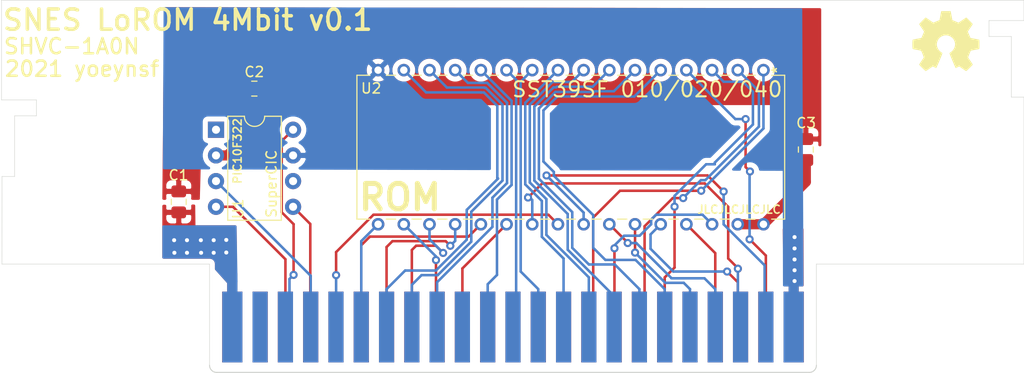
<source format=kicad_pcb>
(kicad_pcb (version 20171130) (host pcbnew "(5.1.10)-1")

  (general
    (thickness 1.2)
    (drawings 25)
    (tracks 279)
    (zones 0)
    (modules 7)
    (nets 47)
  )

  (page A4)
  (layers
    (0 F.Cu signal)
    (31 B.Cu signal)
    (32 B.Adhes user)
    (33 F.Adhes user)
    (34 B.Paste user)
    (35 F.Paste user)
    (36 B.SilkS user)
    (37 F.SilkS user)
    (38 B.Mask user)
    (39 F.Mask user)
    (40 Dwgs.User user hide)
    (41 Cmts.User user)
    (42 Eco1.User user)
    (43 Eco2.User user)
    (44 Edge.Cuts user)
    (45 Margin user)
    (46 B.CrtYd user)
    (47 F.CrtYd user)
    (48 B.Fab user)
    (49 F.Fab user)
  )

  (setup
    (last_trace_width 0.25)
    (user_trace_width 1)
    (trace_clearance 0.2)
    (zone_clearance 0.508)
    (zone_45_only no)
    (trace_min 0.2)
    (via_size 0.8)
    (via_drill 0.4)
    (via_min_size 0.4)
    (via_min_drill 0.3)
    (uvia_size 0.3)
    (uvia_drill 0.1)
    (uvias_allowed no)
    (uvia_min_size 0.2)
    (uvia_min_drill 0.1)
    (edge_width 0.05)
    (segment_width 0.2)
    (pcb_text_width 0.3)
    (pcb_text_size 1.5 1.5)
    (mod_edge_width 0.12)
    (mod_text_size 1 1)
    (mod_text_width 0.15)
    (pad_size 1.524 1.524)
    (pad_drill 0.762)
    (pad_to_mask_clearance 0)
    (aux_axis_origin 0 0)
    (visible_elements 7FFFFFFF)
    (pcbplotparams
      (layerselection 0x010fc_ffffffff)
      (usegerberextensions false)
      (usegerberattributes true)
      (usegerberadvancedattributes true)
      (creategerberjobfile true)
      (excludeedgelayer true)
      (linewidth 0.100000)
      (plotframeref false)
      (viasonmask false)
      (mode 1)
      (useauxorigin false)
      (hpglpennumber 1)
      (hpglpenspeed 20)
      (hpglpendiameter 15.000000)
      (psnegative false)
      (psa4output false)
      (plotreference true)
      (plotvalue true)
      (plotinvisibletext false)
      (padsonsilk false)
      (subtractmaskfromsilk false)
      (outputformat 1)
      (mirror false)
      (drillshape 0)
      (scaleselection 1)
      (outputdirectory "gerber/"))
  )

  (net 0 "")
  (net 1 VCC)
  (net 2 "Net-(C1-Pad1)")
  (net 3 "Net-(C2-Pad1)")
  (net 4 GND)
  (net 5 /A12)
  (net 6 /A13)
  (net 7 /A14)
  (net 8 /A15)
  (net 9 /B0)
  (net 10 /B1)
  (net 11 /B2)
  (net 12 /B3)
  (net 13 /B4)
  (net 14 /B5)
  (net 15 /B6)
  (net 16 /B7)
  (net 17 /~CART)
  (net 18 /D4)
  (net 19 /D5)
  (net 20 /D6)
  (net 21 /D7)
  (net 22 /~WR)
  (net 23 /CIC_DOUT2)
  (net 24 /CIC_CLK)
  (net 25 /CLK)
  (net 26 /A11)
  (net 27 /A10)
  (net 28 /A9)
  (net 29 /A8)
  (net 30 /A7)
  (net 31 /A6)
  (net 32 /A5)
  (net 33 /A4)
  (net 34 /A3)
  (net 35 /A2)
  (net 36 /A1)
  (net 37 /A0)
  (net 38 /~IRQ)
  (net 39 /D0)
  (net 40 /D1)
  (net 41 /D2)
  (net 42 /D3)
  (net 43 /~RD)
  (net 44 /CIC_DOUT1)
  (net 45 /CIC_DIN)
  (net 46 /~RESET)

  (net_class Default "This is the default net class."
    (clearance 0.2)
    (trace_width 0.25)
    (via_dia 0.8)
    (via_drill 0.4)
    (uvia_dia 0.3)
    (uvia_drill 0.1)
    (add_net /A0)
    (add_net /A1)
    (add_net /A10)
    (add_net /A11)
    (add_net /A12)
    (add_net /A13)
    (add_net /A14)
    (add_net /A15)
    (add_net /A2)
    (add_net /A3)
    (add_net /A4)
    (add_net /A5)
    (add_net /A6)
    (add_net /A7)
    (add_net /A8)
    (add_net /A9)
    (add_net /B0)
    (add_net /B1)
    (add_net /B2)
    (add_net /B3)
    (add_net /B4)
    (add_net /B5)
    (add_net /B6)
    (add_net /B7)
    (add_net /CIC_CLK)
    (add_net /CIC_DIN)
    (add_net /CIC_DOUT1)
    (add_net /CIC_DOUT2)
    (add_net /CLK)
    (add_net /D0)
    (add_net /D1)
    (add_net /D2)
    (add_net /D3)
    (add_net /D4)
    (add_net /D5)
    (add_net /D6)
    (add_net /D7)
    (add_net /~CART)
    (add_net /~IRQ)
    (add_net /~RD)
    (add_net /~RESET)
    (add_net /~WR)
    (add_net GND)
    (add_net "Net-(C1-Pad1)")
    (add_net "Net-(C2-Pad1)")
    (add_net VCC)
  )

  (module Symbol:OSHW-Symbol_6.7x6mm_SilkScreen (layer F.Cu) (tedit 0) (tstamp 619498AA)
    (at 189.103 105.7275)
    (descr "Open Source Hardware Symbol")
    (tags "Logo Symbol OSHW")
    (attr virtual)
    (fp_text reference REF** (at 0 0) (layer F.SilkS) hide
      (effects (font (size 1 1) (thickness 0.15)))
    )
    (fp_text value OSHW-Symbol_6.7x6mm_SilkScreen (at 0.75 0) (layer F.Fab) hide
      (effects (font (size 1 1) (thickness 0.15)))
    )
    (fp_poly (pts (xy 0.555814 -2.531069) (xy 0.639635 -2.086445) (xy 0.94892 -1.958947) (xy 1.258206 -1.831449)
      (xy 1.629246 -2.083754) (xy 1.733157 -2.154004) (xy 1.827087 -2.216728) (xy 1.906652 -2.269062)
      (xy 1.96747 -2.308143) (xy 2.005157 -2.331107) (xy 2.015421 -2.336058) (xy 2.03391 -2.323324)
      (xy 2.07342 -2.288118) (xy 2.129522 -2.234938) (xy 2.197787 -2.168282) (xy 2.273786 -2.092646)
      (xy 2.353092 -2.012528) (xy 2.431275 -1.932426) (xy 2.503907 -1.856836) (xy 2.566559 -1.790255)
      (xy 2.614803 -1.737182) (xy 2.64421 -1.702113) (xy 2.651241 -1.690377) (xy 2.641123 -1.66874)
      (xy 2.612759 -1.621338) (xy 2.569129 -1.552807) (xy 2.513218 -1.467785) (xy 2.448006 -1.370907)
      (xy 2.410219 -1.31565) (xy 2.341343 -1.214752) (xy 2.28014 -1.123701) (xy 2.229578 -1.04703)
      (xy 2.192628 -0.989272) (xy 2.172258 -0.954957) (xy 2.169197 -0.947746) (xy 2.176136 -0.927252)
      (xy 2.195051 -0.879487) (xy 2.223087 -0.811168) (xy 2.257391 -0.729011) (xy 2.295109 -0.63973)
      (xy 2.333387 -0.550042) (xy 2.36937 -0.466662) (xy 2.400206 -0.396306) (xy 2.423039 -0.34569)
      (xy 2.435017 -0.321529) (xy 2.435724 -0.320578) (xy 2.454531 -0.315964) (xy 2.504618 -0.305672)
      (xy 2.580793 -0.290713) (xy 2.677865 -0.272099) (xy 2.790643 -0.250841) (xy 2.856442 -0.238582)
      (xy 2.97695 -0.215638) (xy 3.085797 -0.193805) (xy 3.177476 -0.174278) (xy 3.246481 -0.158252)
      (xy 3.287304 -0.146921) (xy 3.295511 -0.143326) (xy 3.303548 -0.118994) (xy 3.310033 -0.064041)
      (xy 3.31497 0.015108) (xy 3.318364 0.112026) (xy 3.320218 0.220287) (xy 3.320538 0.333465)
      (xy 3.319327 0.445135) (xy 3.31659 0.548868) (xy 3.312331 0.638241) (xy 3.306555 0.706826)
      (xy 3.299267 0.748197) (xy 3.294895 0.75681) (xy 3.268764 0.767133) (xy 3.213393 0.781892)
      (xy 3.136107 0.799352) (xy 3.04423 0.81778) (xy 3.012158 0.823741) (xy 2.857524 0.852066)
      (xy 2.735375 0.874876) (xy 2.641673 0.89308) (xy 2.572384 0.907583) (xy 2.523471 0.919292)
      (xy 2.490897 0.929115) (xy 2.470628 0.937956) (xy 2.458626 0.946724) (xy 2.456947 0.948457)
      (xy 2.440184 0.976371) (xy 2.414614 1.030695) (xy 2.382788 1.104777) (xy 2.34726 1.191965)
      (xy 2.310583 1.285608) (xy 2.275311 1.379052) (xy 2.243996 1.465647) (xy 2.219193 1.53874)
      (xy 2.203454 1.591678) (xy 2.199332 1.617811) (xy 2.199676 1.618726) (xy 2.213641 1.640086)
      (xy 2.245322 1.687084) (xy 2.291391 1.754827) (xy 2.348518 1.838423) (xy 2.413373 1.932982)
      (xy 2.431843 1.959854) (xy 2.497699 2.057275) (xy 2.55565 2.146163) (xy 2.602538 2.221412)
      (xy 2.635207 2.27792) (xy 2.6505 2.310581) (xy 2.651241 2.314593) (xy 2.638392 2.335684)
      (xy 2.602888 2.377464) (xy 2.549293 2.435445) (xy 2.482171 2.505135) (xy 2.406087 2.582045)
      (xy 2.325604 2.661683) (xy 2.245287 2.739561) (xy 2.169699 2.811186) (xy 2.103405 2.87207)
      (xy 2.050969 2.917721) (xy 2.016955 2.94365) (xy 2.007545 2.947883) (xy 1.985643 2.937912)
      (xy 1.9408 2.91102) (xy 1.880321 2.871736) (xy 1.833789 2.840117) (xy 1.749475 2.782098)
      (xy 1.649626 2.713784) (xy 1.549473 2.645579) (xy 1.495627 2.609075) (xy 1.313371 2.4858)
      (xy 1.160381 2.56852) (xy 1.090682 2.604759) (xy 1.031414 2.632926) (xy 0.991311 2.648991)
      (xy 0.981103 2.651226) (xy 0.968829 2.634722) (xy 0.944613 2.588082) (xy 0.910263 2.515609)
      (xy 0.867588 2.421606) (xy 0.818394 2.310374) (xy 0.76449 2.186215) (xy 0.707684 2.053432)
      (xy 0.649782 1.916327) (xy 0.592593 1.779202) (xy 0.537924 1.646358) (xy 0.487584 1.522098)
      (xy 0.44338 1.410725) (xy 0.407119 1.316539) (xy 0.380609 1.243844) (xy 0.365658 1.196941)
      (xy 0.363254 1.180833) (xy 0.382311 1.160286) (xy 0.424036 1.126933) (xy 0.479706 1.087702)
      (xy 0.484378 1.084599) (xy 0.628264 0.969423) (xy 0.744283 0.835053) (xy 0.83143 0.685784)
      (xy 0.888699 0.525913) (xy 0.915086 0.359737) (xy 0.909585 0.191552) (xy 0.87119 0.025655)
      (xy 0.798895 -0.133658) (xy 0.777626 -0.168513) (xy 0.666996 -0.309263) (xy 0.536302 -0.422286)
      (xy 0.390064 -0.506997) (xy 0.232808 -0.562806) (xy 0.069057 -0.589126) (xy -0.096667 -0.58537)
      (xy -0.259838 -0.55095) (xy -0.415935 -0.485277) (xy -0.560433 -0.387765) (xy -0.605131 -0.348187)
      (xy -0.718888 -0.224297) (xy -0.801782 -0.093876) (xy -0.858644 0.052315) (xy -0.890313 0.197088)
      (xy -0.898131 0.35986) (xy -0.872062 0.52344) (xy -0.814755 0.682298) (xy -0.728856 0.830906)
      (xy -0.617014 0.963735) (xy -0.481877 1.075256) (xy -0.464117 1.087011) (xy -0.40785 1.125508)
      (xy -0.365077 1.158863) (xy -0.344628 1.18016) (xy -0.344331 1.180833) (xy -0.348721 1.203871)
      (xy -0.366124 1.256157) (xy -0.394732 1.33339) (xy -0.432735 1.431268) (xy -0.478326 1.545491)
      (xy -0.529697 1.671758) (xy -0.585038 1.805767) (xy -0.642542 1.943218) (xy -0.700399 2.079808)
      (xy -0.756802 2.211237) (xy -0.809942 2.333205) (xy -0.85801 2.441409) (xy -0.899199 2.531549)
      (xy -0.931699 2.599323) (xy -0.953703 2.64043) (xy -0.962564 2.651226) (xy -0.98964 2.642819)
      (xy -1.040303 2.620272) (xy -1.105817 2.587613) (xy -1.141841 2.56852) (xy -1.294832 2.4858)
      (xy -1.477088 2.609075) (xy -1.570125 2.672228) (xy -1.671985 2.741727) (xy -1.767438 2.807165)
      (xy -1.81525 2.840117) (xy -1.882495 2.885273) (xy -1.939436 2.921057) (xy -1.978646 2.942938)
      (xy -1.991381 2.947563) (xy -2.009917 2.935085) (xy -2.050941 2.900252) (xy -2.110475 2.846678)
      (xy -2.184542 2.777983) (xy -2.269165 2.697781) (xy -2.322685 2.646286) (xy -2.416319 2.554286)
      (xy -2.497241 2.471999) (xy -2.562177 2.402945) (xy -2.607858 2.350644) (xy -2.631011 2.318616)
      (xy -2.633232 2.312116) (xy -2.622924 2.287394) (xy -2.594439 2.237405) (xy -2.550937 2.167212)
      (xy -2.495577 2.081875) (xy -2.43152 1.986456) (xy -2.413303 1.959854) (xy -2.346927 1.863167)
      (xy -2.287378 1.776117) (xy -2.237984 1.703595) (xy -2.202075 1.650493) (xy -2.182981 1.621703)
      (xy -2.181136 1.618726) (xy -2.183895 1.595782) (xy -2.198538 1.545336) (xy -2.222513 1.474041)
      (xy -2.253266 1.388547) (xy -2.288244 1.295507) (xy -2.324893 1.201574) (xy -2.360661 1.113399)
      (xy -2.392994 1.037634) (xy -2.419338 0.980931) (xy -2.437142 0.949943) (xy -2.438407 0.948457)
      (xy -2.449294 0.939601) (xy -2.467682 0.930843) (xy -2.497606 0.921277) (xy -2.543103 0.909996)
      (xy -2.608209 0.896093) (xy -2.696961 0.878663) (xy -2.813393 0.856798) (xy -2.961542 0.829591)
      (xy -2.993618 0.823741) (xy -3.088686 0.805374) (xy -3.171565 0.787405) (xy -3.23493 0.771569)
      (xy -3.271458 0.7596) (xy -3.276356 0.75681) (xy -3.284427 0.732072) (xy -3.290987 0.67679)
      (xy -3.296033 0.597389) (xy -3.299559 0.500296) (xy -3.301561 0.391938) (xy -3.302036 0.27874)
      (xy -3.300977 0.167128) (xy -3.298382 0.063529) (xy -3.294246 -0.025632) (xy -3.288563 -0.093928)
      (xy -3.281331 -0.134934) (xy -3.276971 -0.143326) (xy -3.252698 -0.151792) (xy -3.197426 -0.165565)
      (xy -3.116662 -0.18345) (xy -3.015912 -0.204252) (xy -2.900683 -0.226777) (xy -2.837902 -0.238582)
      (xy -2.718787 -0.260849) (xy -2.612565 -0.281021) (xy -2.524427 -0.298085) (xy -2.459566 -0.311031)
      (xy -2.423174 -0.318845) (xy -2.417184 -0.320578) (xy -2.407061 -0.34011) (xy -2.385662 -0.387157)
      (xy -2.355839 -0.454997) (xy -2.320445 -0.536909) (xy -2.282332 -0.626172) (xy -2.244353 -0.716065)
      (xy -2.20936 -0.799865) (xy -2.180206 -0.870853) (xy -2.159743 -0.922306) (xy -2.150823 -0.947503)
      (xy -2.150657 -0.948604) (xy -2.160769 -0.968481) (xy -2.189117 -1.014223) (xy -2.232723 -1.081283)
      (xy -2.288606 -1.165116) (xy -2.353787 -1.261174) (xy -2.391679 -1.31635) (xy -2.460725 -1.417519)
      (xy -2.52205 -1.50937) (xy -2.572663 -1.587256) (xy -2.609571 -1.646531) (xy -2.629782 -1.682549)
      (xy -2.632701 -1.690623) (xy -2.620153 -1.709416) (xy -2.585463 -1.749543) (xy -2.533063 -1.806507)
      (xy -2.467384 -1.875815) (xy -2.392856 -1.952969) (xy -2.313913 -2.033475) (xy -2.234983 -2.112837)
      (xy -2.1605 -2.18656) (xy -2.094894 -2.250148) (xy -2.042596 -2.299106) (xy -2.008039 -2.328939)
      (xy -1.996478 -2.336058) (xy -1.977654 -2.326047) (xy -1.932631 -2.297922) (xy -1.865787 -2.254546)
      (xy -1.781499 -2.198782) (xy -1.684144 -2.133494) (xy -1.610707 -2.083754) (xy -1.239667 -1.831449)
      (xy -0.621095 -2.086445) (xy -0.537275 -2.531069) (xy -0.453454 -2.975693) (xy 0.471994 -2.975693)
      (xy 0.555814 -2.531069)) (layer F.SilkS) (width 0.01))
  )

  (module "5v Flash 512KB:SST39SF040-70-4C-PHE" (layer F.Cu) (tedit 0) (tstamp 618F06A1)
    (at 171.069 108.585 270)
    (path /618CE3BD)
    (fp_text reference U2 (at 1.8034 38.7858 180) (layer F.SilkS)
      (effects (font (size 1 1) (thickness 0.15)))
    )
    (fp_text value "SST39SF 010/020/040" (at 1.905 11.4935 180) (layer F.SilkS)
      (effects (font (size 1.5 1.5) (thickness 0.2)))
    )
    (fp_line (start 14.859 38.9763) (end 16.1163 38.9763) (layer F.CrtYd) (width 0.05))
    (fp_line (start 14.859 40.3225) (end 14.859 38.9763) (layer F.CrtYd) (width 0.05))
    (fp_line (start 0.381 40.3225) (end 14.859 40.3225) (layer F.CrtYd) (width 0.05))
    (fp_line (start 0.381 38.9763) (end 0.381 40.3225) (layer F.CrtYd) (width 0.05))
    (fp_line (start -0.8763 38.9763) (end 0.381 38.9763) (layer F.CrtYd) (width 0.05))
    (fp_line (start -0.8763 -0.8763) (end -0.8763 38.9763) (layer F.CrtYd) (width 0.05))
    (fp_line (start 0.381 -0.8763) (end -0.8763 -0.8763) (layer F.CrtYd) (width 0.05))
    (fp_line (start 0.381 -2.2225) (end 0.381 -0.8763) (layer F.CrtYd) (width 0.05))
    (fp_line (start 14.859 -2.2225) (end 0.381 -2.2225) (layer F.CrtYd) (width 0.05))
    (fp_line (start 14.859 -0.8763) (end 14.859 -2.2225) (layer F.CrtYd) (width 0.05))
    (fp_line (start 16.1163 -0.8763) (end 14.859 -0.8763) (layer F.CrtYd) (width 0.05))
    (fp_line (start 16.1163 38.9763) (end 16.1163 -0.8763) (layer F.CrtYd) (width 0.05))
    (fp_line (start 14.732 -0.808726) (end 14.732 -2.0955) (layer F.SilkS) (width 0.12))
    (fp_line (start 14.732 1.731274) (end 14.732 0.808726) (layer F.SilkS) (width 0.12))
    (fp_line (start 14.732 4.271274) (end 14.732 3.348726) (layer F.SilkS) (width 0.12))
    (fp_line (start 14.732 6.811274) (end 14.732 5.888726) (layer F.SilkS) (width 0.12))
    (fp_line (start 14.732 9.351274) (end 14.732 8.428726) (layer F.SilkS) (width 0.12))
    (fp_line (start 14.732 11.891274) (end 14.732 10.968726) (layer F.SilkS) (width 0.12))
    (fp_line (start 14.732 14.431274) (end 14.732 13.508726) (layer F.SilkS) (width 0.12))
    (fp_line (start 14.732 16.971274) (end 14.732 16.048726) (layer F.SilkS) (width 0.12))
    (fp_line (start 14.732 19.511274) (end 14.732 18.588726) (layer F.SilkS) (width 0.12))
    (fp_line (start 14.732 22.051274) (end 14.732 21.128726) (layer F.SilkS) (width 0.12))
    (fp_line (start 14.732 24.591274) (end 14.732 23.668726) (layer F.SilkS) (width 0.12))
    (fp_line (start 14.732 27.131274) (end 14.732 26.208726) (layer F.SilkS) (width 0.12))
    (fp_line (start 14.732 29.671274) (end 14.732 28.748726) (layer F.SilkS) (width 0.12))
    (fp_line (start 14.732 32.211274) (end 14.732 31.288726) (layer F.SilkS) (width 0.12))
    (fp_line (start 14.732 34.751274) (end 14.732 33.828726) (layer F.SilkS) (width 0.12))
    (fp_line (start 14.732 37.291274) (end 14.732 36.368726) (layer F.SilkS) (width 0.12))
    (fp_line (start 0.508 38.908726) (end 0.508 40.1955) (layer F.SilkS) (width 0.12))
    (fp_line (start 0.508 36.368726) (end 0.508 37.291274) (layer F.SilkS) (width 0.12))
    (fp_line (start 0.508 33.828726) (end 0.508 34.751274) (layer F.SilkS) (width 0.12))
    (fp_line (start 0.508 31.288726) (end 0.508 32.211274) (layer F.SilkS) (width 0.12))
    (fp_line (start 0.508 28.748726) (end 0.508 29.671274) (layer F.SilkS) (width 0.12))
    (fp_line (start 0.508 26.208726) (end 0.508 27.131274) (layer F.SilkS) (width 0.12))
    (fp_line (start 0.508 23.668726) (end 0.508 24.591274) (layer F.SilkS) (width 0.12))
    (fp_line (start 0.508 21.128726) (end 0.508 22.051274) (layer F.SilkS) (width 0.12))
    (fp_line (start 0.508 18.588726) (end 0.508 19.511274) (layer F.SilkS) (width 0.12))
    (fp_line (start 0.508 16.048726) (end 0.508 16.971274) (layer F.SilkS) (width 0.12))
    (fp_line (start 0.508 13.508726) (end 0.508 14.431274) (layer F.SilkS) (width 0.12))
    (fp_line (start 0.508 10.968726) (end 0.508 11.891274) (layer F.SilkS) (width 0.12))
    (fp_line (start 0.508 8.428726) (end 0.508 9.351274) (layer F.SilkS) (width 0.12))
    (fp_line (start 0.508 5.888726) (end 0.508 6.811274) (layer F.SilkS) (width 0.12))
    (fp_line (start 0.508 3.348726) (end 0.508 4.271274) (layer F.SilkS) (width 0.12))
    (fp_line (start 0.508 0.808726) (end 0.508 1.731274) (layer F.SilkS) (width 0.12))
    (fp_line (start 0.635 -1.9685) (end 0.635 40.0685) (layer F.Fab) (width 0.1))
    (fp_line (start 14.605 -1.9685) (end 0.635 -1.9685) (layer F.Fab) (width 0.1))
    (fp_line (start 14.605 40.0685) (end 14.605 -1.9685) (layer F.Fab) (width 0.1))
    (fp_line (start 0.635 40.0685) (end 14.605 40.0685) (layer F.Fab) (width 0.1))
    (fp_line (start 0.508 -2.0955) (end 0.508 -0.808726) (layer F.SilkS) (width 0.12))
    (fp_line (start 14.732 -2.0955) (end 0.508 -2.0955) (layer F.SilkS) (width 0.12))
    (fp_line (start 14.732 40.1955) (end 14.732 38.908726) (layer F.SilkS) (width 0.12))
    (fp_line (start 0.508 40.1955) (end 14.732 40.1955) (layer F.SilkS) (width 0.12))
    (fp_line (start 15.6083 -0.3683) (end 14.605 -0.3683) (layer F.Fab) (width 0.1))
    (fp_line (start 15.6083 0.3683) (end 15.6083 -0.3683) (layer F.Fab) (width 0.1))
    (fp_line (start 14.605 0.3683) (end 15.6083 0.3683) (layer F.Fab) (width 0.1))
    (fp_line (start 14.605 -0.3683) (end 14.605 0.3683) (layer F.Fab) (width 0.1))
    (fp_line (start 15.6083 2.1717) (end 14.605 2.1717) (layer F.Fab) (width 0.1))
    (fp_line (start 15.6083 2.9083) (end 15.6083 2.1717) (layer F.Fab) (width 0.1))
    (fp_line (start 14.605 2.9083) (end 15.6083 2.9083) (layer F.Fab) (width 0.1))
    (fp_line (start 14.605 2.1717) (end 14.605 2.9083) (layer F.Fab) (width 0.1))
    (fp_line (start 15.6083 4.7117) (end 14.605 4.7117) (layer F.Fab) (width 0.1))
    (fp_line (start 15.6083 5.4483) (end 15.6083 4.7117) (layer F.Fab) (width 0.1))
    (fp_line (start 14.605 5.4483) (end 15.6083 5.4483) (layer F.Fab) (width 0.1))
    (fp_line (start 14.605 4.7117) (end 14.605 5.4483) (layer F.Fab) (width 0.1))
    (fp_line (start 15.6083 7.2517) (end 14.605 7.2517) (layer F.Fab) (width 0.1))
    (fp_line (start 15.6083 7.9883) (end 15.6083 7.2517) (layer F.Fab) (width 0.1))
    (fp_line (start 14.605 7.9883) (end 15.6083 7.9883) (layer F.Fab) (width 0.1))
    (fp_line (start 14.605 7.2517) (end 14.605 7.9883) (layer F.Fab) (width 0.1))
    (fp_line (start 15.6083 9.7917) (end 14.605 9.7917) (layer F.Fab) (width 0.1))
    (fp_line (start 15.6083 10.5283) (end 15.6083 9.7917) (layer F.Fab) (width 0.1))
    (fp_line (start 14.605 10.5283) (end 15.6083 10.5283) (layer F.Fab) (width 0.1))
    (fp_line (start 14.605 9.7917) (end 14.605 10.5283) (layer F.Fab) (width 0.1))
    (fp_line (start 15.6083 12.3317) (end 14.605 12.3317) (layer F.Fab) (width 0.1))
    (fp_line (start 15.6083 13.0683) (end 15.6083 12.3317) (layer F.Fab) (width 0.1))
    (fp_line (start 14.605 13.0683) (end 15.6083 13.0683) (layer F.Fab) (width 0.1))
    (fp_line (start 14.605 12.3317) (end 14.605 13.0683) (layer F.Fab) (width 0.1))
    (fp_line (start 15.6083 14.8717) (end 14.605 14.8717) (layer F.Fab) (width 0.1))
    (fp_line (start 15.6083 15.6083) (end 15.6083 14.8717) (layer F.Fab) (width 0.1))
    (fp_line (start 14.605 15.6083) (end 15.6083 15.6083) (layer F.Fab) (width 0.1))
    (fp_line (start 14.605 14.8717) (end 14.605 15.6083) (layer F.Fab) (width 0.1))
    (fp_line (start 15.6083 17.4117) (end 14.605 17.4117) (layer F.Fab) (width 0.1))
    (fp_line (start 15.6083 18.1483) (end 15.6083 17.4117) (layer F.Fab) (width 0.1))
    (fp_line (start 14.605 18.1483) (end 15.6083 18.1483) (layer F.Fab) (width 0.1))
    (fp_line (start 14.605 17.4117) (end 14.605 18.1483) (layer F.Fab) (width 0.1))
    (fp_line (start 15.6083 19.9517) (end 14.605 19.9517) (layer F.Fab) (width 0.1))
    (fp_line (start 15.6083 20.6883) (end 15.6083 19.9517) (layer F.Fab) (width 0.1))
    (fp_line (start 14.605 20.6883) (end 15.6083 20.6883) (layer F.Fab) (width 0.1))
    (fp_line (start 14.605 19.9517) (end 14.605 20.6883) (layer F.Fab) (width 0.1))
    (fp_line (start 15.6083 22.4917) (end 14.605 22.4917) (layer F.Fab) (width 0.1))
    (fp_line (start 15.6083 23.2283) (end 15.6083 22.4917) (layer F.Fab) (width 0.1))
    (fp_line (start 14.605 23.2283) (end 15.6083 23.2283) (layer F.Fab) (width 0.1))
    (fp_line (start 14.605 22.4917) (end 14.605 23.2283) (layer F.Fab) (width 0.1))
    (fp_line (start 15.6083 25.0317) (end 14.605 25.0317) (layer F.Fab) (width 0.1))
    (fp_line (start 15.6083 25.7683) (end 15.6083 25.0317) (layer F.Fab) (width 0.1))
    (fp_line (start 14.605 25.7683) (end 15.6083 25.7683) (layer F.Fab) (width 0.1))
    (fp_line (start 14.605 25.0317) (end 14.605 25.7683) (layer F.Fab) (width 0.1))
    (fp_line (start 15.6083 27.5717) (end 14.605 27.5717) (layer F.Fab) (width 0.1))
    (fp_line (start 15.6083 28.3083) (end 15.6083 27.5717) (layer F.Fab) (width 0.1))
    (fp_line (start 14.605 28.3083) (end 15.6083 28.3083) (layer F.Fab) (width 0.1))
    (fp_line (start 14.605 27.5717) (end 14.605 28.3083) (layer F.Fab) (width 0.1))
    (fp_line (start 15.6083 30.1117) (end 14.605 30.1117) (layer F.Fab) (width 0.1))
    (fp_line (start 15.6083 30.8483) (end 15.6083 30.1117) (layer F.Fab) (width 0.1))
    (fp_line (start 14.605 30.8483) (end 15.6083 30.8483) (layer F.Fab) (width 0.1))
    (fp_line (start 14.605 30.1117) (end 14.605 30.8483) (layer F.Fab) (width 0.1))
    (fp_line (start 15.6083 32.6517) (end 14.605 32.6517) (layer F.Fab) (width 0.1))
    (fp_line (start 15.6083 33.3883) (end 15.6083 32.6517) (layer F.Fab) (width 0.1))
    (fp_line (start 14.605 33.3883) (end 15.6083 33.3883) (layer F.Fab) (width 0.1))
    (fp_line (start 14.605 32.6517) (end 14.605 33.3883) (layer F.Fab) (width 0.1))
    (fp_line (start 15.6083 35.1917) (end 14.605 35.1917) (layer F.Fab) (width 0.1))
    (fp_line (start 15.6083 35.9283) (end 15.6083 35.1917) (layer F.Fab) (width 0.1))
    (fp_line (start 14.605 35.9283) (end 15.6083 35.9283) (layer F.Fab) (width 0.1))
    (fp_line (start 14.605 35.1917) (end 14.605 35.9283) (layer F.Fab) (width 0.1))
    (fp_line (start 15.6083 37.7317) (end 14.605 37.7317) (layer F.Fab) (width 0.1))
    (fp_line (start 15.6083 38.4683) (end 15.6083 37.7317) (layer F.Fab) (width 0.1))
    (fp_line (start 14.605 38.4683) (end 15.6083 38.4683) (layer F.Fab) (width 0.1))
    (fp_line (start 14.605 37.7317) (end 14.605 38.4683) (layer F.Fab) (width 0.1))
    (fp_line (start -0.3683 38.4683) (end 0.635 38.4683) (layer F.Fab) (width 0.1))
    (fp_line (start -0.3683 37.7317) (end -0.3683 38.4683) (layer F.Fab) (width 0.1))
    (fp_line (start 0.635 37.7317) (end -0.3683 37.7317) (layer F.Fab) (width 0.1))
    (fp_line (start 0.635 38.4683) (end 0.635 37.7317) (layer F.Fab) (width 0.1))
    (fp_line (start -0.3683 35.9283) (end 0.635 35.9283) (layer F.Fab) (width 0.1))
    (fp_line (start -0.3683 35.1917) (end -0.3683 35.9283) (layer F.Fab) (width 0.1))
    (fp_line (start 0.635 35.1917) (end -0.3683 35.1917) (layer F.Fab) (width 0.1))
    (fp_line (start 0.635 35.9283) (end 0.635 35.1917) (layer F.Fab) (width 0.1))
    (fp_line (start -0.3683 33.3883) (end 0.635 33.3883) (layer F.Fab) (width 0.1))
    (fp_line (start -0.3683 32.6517) (end -0.3683 33.3883) (layer F.Fab) (width 0.1))
    (fp_line (start 0.635 32.6517) (end -0.3683 32.6517) (layer F.Fab) (width 0.1))
    (fp_line (start 0.635 33.3883) (end 0.635 32.6517) (layer F.Fab) (width 0.1))
    (fp_line (start -0.3683 30.8483) (end 0.635 30.8483) (layer F.Fab) (width 0.1))
    (fp_line (start -0.3683 30.1117) (end -0.3683 30.8483) (layer F.Fab) (width 0.1))
    (fp_line (start 0.635 30.1117) (end -0.3683 30.1117) (layer F.Fab) (width 0.1))
    (fp_line (start 0.635 30.8483) (end 0.635 30.1117) (layer F.Fab) (width 0.1))
    (fp_line (start -0.3683 28.3083) (end 0.635 28.3083) (layer F.Fab) (width 0.1))
    (fp_line (start -0.3683 27.5717) (end -0.3683 28.3083) (layer F.Fab) (width 0.1))
    (fp_line (start 0.635 27.5717) (end -0.3683 27.5717) (layer F.Fab) (width 0.1))
    (fp_line (start 0.635 28.3083) (end 0.635 27.5717) (layer F.Fab) (width 0.1))
    (fp_line (start -0.3683 25.7683) (end 0.635 25.7683) (layer F.Fab) (width 0.1))
    (fp_line (start -0.3683 25.0317) (end -0.3683 25.7683) (layer F.Fab) (width 0.1))
    (fp_line (start 0.635 25.0317) (end -0.3683 25.0317) (layer F.Fab) (width 0.1))
    (fp_line (start 0.635 25.7683) (end 0.635 25.0317) (layer F.Fab) (width 0.1))
    (fp_line (start -0.3683 23.2283) (end 0.635 23.2283) (layer F.Fab) (width 0.1))
    (fp_line (start -0.3683 22.4917) (end -0.3683 23.2283) (layer F.Fab) (width 0.1))
    (fp_line (start 0.635 22.4917) (end -0.3683 22.4917) (layer F.Fab) (width 0.1))
    (fp_line (start 0.635 23.2283) (end 0.635 22.4917) (layer F.Fab) (width 0.1))
    (fp_line (start -0.3683 20.6883) (end 0.635 20.6883) (layer F.Fab) (width 0.1))
    (fp_line (start -0.3683 19.9517) (end -0.3683 20.6883) (layer F.Fab) (width 0.1))
    (fp_line (start 0.635 19.9517) (end -0.3683 19.9517) (layer F.Fab) (width 0.1))
    (fp_line (start 0.635 20.6883) (end 0.635 19.9517) (layer F.Fab) (width 0.1))
    (fp_line (start -0.3683 18.1483) (end 0.635 18.1483) (layer F.Fab) (width 0.1))
    (fp_line (start -0.3683 17.4117) (end -0.3683 18.1483) (layer F.Fab) (width 0.1))
    (fp_line (start 0.635 17.4117) (end -0.3683 17.4117) (layer F.Fab) (width 0.1))
    (fp_line (start 0.635 18.1483) (end 0.635 17.4117) (layer F.Fab) (width 0.1))
    (fp_line (start -0.3683 15.6083) (end 0.635 15.6083) (layer F.Fab) (width 0.1))
    (fp_line (start -0.3683 14.8717) (end -0.3683 15.6083) (layer F.Fab) (width 0.1))
    (fp_line (start 0.635 14.8717) (end -0.3683 14.8717) (layer F.Fab) (width 0.1))
    (fp_line (start 0.635 15.6083) (end 0.635 14.8717) (layer F.Fab) (width 0.1))
    (fp_line (start -0.3683 13.0683) (end 0.635 13.0683) (layer F.Fab) (width 0.1))
    (fp_line (start -0.3683 12.3317) (end -0.3683 13.0683) (layer F.Fab) (width 0.1))
    (fp_line (start 0.635 12.3317) (end -0.3683 12.3317) (layer F.Fab) (width 0.1))
    (fp_line (start 0.635 13.0683) (end 0.635 12.3317) (layer F.Fab) (width 0.1))
    (fp_line (start -0.3683 10.5283) (end 0.635 10.5283) (layer F.Fab) (width 0.1))
    (fp_line (start -0.3683 9.7917) (end -0.3683 10.5283) (layer F.Fab) (width 0.1))
    (fp_line (start 0.635 9.7917) (end -0.3683 9.7917) (layer F.Fab) (width 0.1))
    (fp_line (start 0.635 10.5283) (end 0.635 9.7917) (layer F.Fab) (width 0.1))
    (fp_line (start -0.3683 7.9883) (end 0.635 7.9883) (layer F.Fab) (width 0.1))
    (fp_line (start -0.3683 7.2517) (end -0.3683 7.9883) (layer F.Fab) (width 0.1))
    (fp_line (start 0.635 7.2517) (end -0.3683 7.2517) (layer F.Fab) (width 0.1))
    (fp_line (start 0.635 7.9883) (end 0.635 7.2517) (layer F.Fab) (width 0.1))
    (fp_line (start -0.3683 5.4483) (end 0.635 5.4483) (layer F.Fab) (width 0.1))
    (fp_line (start -0.3683 4.7117) (end -0.3683 5.4483) (layer F.Fab) (width 0.1))
    (fp_line (start 0.635 4.7117) (end -0.3683 4.7117) (layer F.Fab) (width 0.1))
    (fp_line (start 0.635 5.4483) (end 0.635 4.7117) (layer F.Fab) (width 0.1))
    (fp_line (start -0.3683 2.9083) (end 0.635 2.9083) (layer F.Fab) (width 0.1))
    (fp_line (start -0.3683 2.1717) (end -0.3683 2.9083) (layer F.Fab) (width 0.1))
    (fp_line (start 0.635 2.1717) (end -0.3683 2.1717) (layer F.Fab) (width 0.1))
    (fp_line (start 0.635 2.9083) (end 0.635 2.1717) (layer F.Fab) (width 0.1))
    (fp_line (start -0.3683 0.3683) (end 0.635 0.3683) (layer F.Fab) (width 0.1))
    (fp_line (start -0.3683 -0.3683) (end -0.3683 0.3683) (layer F.Fab) (width 0.1))
    (fp_line (start 0.635 -0.3683) (end -0.3683 -0.3683) (layer F.Fab) (width 0.1))
    (fp_line (start 0.635 0.3683) (end 0.635 -0.3683) (layer F.Fab) (width 0.1))
    (fp_arc (start 7.62 -1.9685) (end 7.3152 -1.9685) (angle -180) (layer F.Fab) (width 0.1))
    (fp_arc (start 7.62 -1.9685) (end 5.291667 -1.9685) (angle -180) (layer F.CrtYd) (width 0.05))
    (fp_text user * (at 0 -1.3843 90) (layer F.SilkS)
      (effects (font (size 1 1) (thickness 0.15)))
    )
    (fp_text user * (at 0.889 0 90) (layer F.Fab)
      (effects (font (size 1 1) (thickness 0.15)))
    )
    (fp_text user 0.049in/1.245mm (at 0 42.4815 90) (layer Dwgs.User) hide
      (effects (font (size 1 1) (thickness 0.15)))
    )
    (fp_text user 0.6in/15.24mm (at 6.2738 -10.16 90) (layer Dwgs.User) hide
      (effects (font (size 1 1) (thickness 0.15)))
    )
    (fp_text user 0.049in/1.245mm (at 18.288 0 90) (layer Dwgs.User) hide
      (effects (font (size 1 1) (thickness 0.15)))
    )
    (fp_text user 0.1in/2.54mm (at -3.048 1.27 90) (layer Dwgs.User) hide
      (effects (font (size 1 1) (thickness 0.15)))
    )
    (fp_text user * (at 0.889 0 90) (layer F.Fab)
      (effects (font (size 1 1) (thickness 0.15)))
    )
    (fp_text user * (at 0 -1.3843 90) (layer F.SilkS)
      (effects (font (size 1 1) (thickness 0.15)))
    )
    (fp_text user "Copyright 2021 Accelerated Designs. All rights reserved." (at 0 0 90) (layer Cmts.User)
      (effects (font (size 0.127 0.127) (thickness 0.002)))
    )
    (pad 32 thru_hole circle (at 15.24 0 270) (size 1.2446 1.2446) (drill 0.7366) (layers *.Cu *.Mask)
      (net 1 VCC))
    (pad 31 thru_hole circle (at 15.24 2.54 270) (size 1.2446 1.2446) (drill 0.7366) (layers *.Cu *.Mask)
      (net 1 VCC))
    (pad 30 thru_hole circle (at 15.24 5.08 270) (size 1.2446 1.2446) (drill 0.7366) (layers *.Cu *.Mask)
      (net 11 /B2))
    (pad 29 thru_hole circle (at 15.24 7.62 270) (size 1.2446 1.2446) (drill 0.7366) (layers *.Cu *.Mask)
      (net 7 /A14))
    (pad 28 thru_hole circle (at 15.24 10.16 270) (size 1.2446 1.2446) (drill 0.7366) (layers *.Cu *.Mask)
      (net 6 /A13))
    (pad 27 thru_hole circle (at 15.24 12.7 270) (size 1.2446 1.2446) (drill 0.7366) (layers *.Cu *.Mask)
      (net 29 /A8))
    (pad 26 thru_hole circle (at 15.24 15.24 270) (size 1.2446 1.2446) (drill 0.7366) (layers *.Cu *.Mask)
      (net 28 /A9))
    (pad 25 thru_hole circle (at 15.24 17.78 270) (size 1.2446 1.2446) (drill 0.7366) (layers *.Cu *.Mask)
      (net 26 /A11))
    (pad 24 thru_hole circle (at 15.24 20.32 270) (size 1.2446 1.2446) (drill 0.7366) (layers *.Cu *.Mask)
      (net 43 /~RD))
    (pad 23 thru_hole circle (at 15.24 22.86 270) (size 1.2446 1.2446) (drill 0.7366) (layers *.Cu *.Mask)
      (net 27 /A10))
    (pad 22 thru_hole circle (at 15.24 25.4 270) (size 1.2446 1.2446) (drill 0.7366) (layers *.Cu *.Mask)
      (net 17 /~CART))
    (pad 21 thru_hole circle (at 15.24 27.94 270) (size 1.2446 1.2446) (drill 0.7366) (layers *.Cu *.Mask)
      (net 21 /D7))
    (pad 20 thru_hole circle (at 15.24 30.48 270) (size 1.2446 1.2446) (drill 0.7366) (layers *.Cu *.Mask)
      (net 20 /D6))
    (pad 19 thru_hole circle (at 15.24 33.02 270) (size 1.2446 1.2446) (drill 0.7366) (layers *.Cu *.Mask)
      (net 19 /D5))
    (pad 18 thru_hole circle (at 15.24 35.56 270) (size 1.2446 1.2446) (drill 0.7366) (layers *.Cu *.Mask)
      (net 18 /D4))
    (pad 17 thru_hole circle (at 15.24 38.1 270) (size 1.2446 1.2446) (drill 0.7366) (layers *.Cu *.Mask)
      (net 42 /D3))
    (pad 16 thru_hole circle (at 0 38.1 270) (size 1.2446 1.2446) (drill 0.7366) (layers *.Cu *.Mask)
      (net 4 GND))
    (pad 15 thru_hole circle (at 0 35.56 270) (size 1.2446 1.2446) (drill 0.7366) (layers *.Cu *.Mask)
      (net 41 /D2))
    (pad 14 thru_hole circle (at 0 33.02 270) (size 1.2446 1.2446) (drill 0.7366) (layers *.Cu *.Mask)
      (net 40 /D1))
    (pad 13 thru_hole circle (at 0 30.48 270) (size 1.2446 1.2446) (drill 0.7366) (layers *.Cu *.Mask)
      (net 39 /D0))
    (pad 12 thru_hole circle (at 0 27.94 270) (size 1.2446 1.2446) (drill 0.7366) (layers *.Cu *.Mask)
      (net 37 /A0))
    (pad 11 thru_hole circle (at 0 25.4 270) (size 1.2446 1.2446) (drill 0.7366) (layers *.Cu *.Mask)
      (net 36 /A1))
    (pad 10 thru_hole circle (at 0 22.86 270) (size 1.2446 1.2446) (drill 0.7366) (layers *.Cu *.Mask)
      (net 35 /A2))
    (pad 9 thru_hole circle (at 0 20.32 270) (size 1.2446 1.2446) (drill 0.7366) (layers *.Cu *.Mask)
      (net 34 /A3))
    (pad 8 thru_hole circle (at 0 17.78 270) (size 1.2446 1.2446) (drill 0.7366) (layers *.Cu *.Mask)
      (net 33 /A4))
    (pad 7 thru_hole circle (at 0 15.24 270) (size 1.2446 1.2446) (drill 0.7366) (layers *.Cu *.Mask)
      (net 32 /A5))
    (pad 6 thru_hole circle (at 0 12.7 270) (size 1.2446 1.2446) (drill 0.7366) (layers *.Cu *.Mask)
      (net 31 /A6))
    (pad 5 thru_hole circle (at 0 10.16 270) (size 1.2446 1.2446) (drill 0.7366) (layers *.Cu *.Mask)
      (net 30 /A7))
    (pad 4 thru_hole circle (at 0 7.62 270) (size 1.2446 1.2446) (drill 0.7366) (layers *.Cu *.Mask)
      (net 5 /A12))
    (pad 3 thru_hole circle (at 0 5.08 270) (size 1.2446 1.2446) (drill 0.7366) (layers *.Cu *.Mask)
      (net 9 /B0))
    (pad 2 thru_hole circle (at 0 2.54 270) (size 1.2446 1.2446) (drill 0.7366) (layers *.Cu *.Mask)
      (net 10 /B1))
    (pad 1 thru_hole circle (at 0 0 270) (size 1.2446 1.2446) (drill 0.7366) (layers *.Cu *.Mask)
      (net 12 /B3))
  )

  (module Package_DIP:DIP-8_W7.62mm (layer F.Cu) (tedit 5A02E8C5) (tstamp 618FF55A)
    (at 116.9416 114.4778)
    (descr "8-lead though-hole mounted DIP package, row spacing 7.62 mm (300 mils)")
    (tags "THT DIP DIL PDIP 2.54mm 7.62mm 300mil")
    (path /618F940F)
    (fp_text reference U1 (at 2.1844 7.8232 90) (layer F.SilkS)
      (effects (font (size 1 1) (thickness 0.15)))
    )
    (fp_text value PIC10F322 (at 2.1209 2.1082 90) (layer F.SilkS)
      (effects (font (size 0.8 0.8) (thickness 0.15)))
    )
    (fp_line (start 8.7 -1.55) (end -1.1 -1.55) (layer F.CrtYd) (width 0.05))
    (fp_line (start 8.7 9.15) (end 8.7 -1.55) (layer F.CrtYd) (width 0.05))
    (fp_line (start -1.1 9.15) (end 8.7 9.15) (layer F.CrtYd) (width 0.05))
    (fp_line (start -1.1 -1.55) (end -1.1 9.15) (layer F.CrtYd) (width 0.05))
    (fp_line (start 6.46 -1.33) (end 4.81 -1.33) (layer F.SilkS) (width 0.12))
    (fp_line (start 6.46 8.95) (end 6.46 -1.33) (layer F.SilkS) (width 0.12))
    (fp_line (start 1.16 8.95) (end 6.46 8.95) (layer F.SilkS) (width 0.12))
    (fp_line (start 1.16 -1.33) (end 1.16 8.95) (layer F.SilkS) (width 0.12))
    (fp_line (start 2.81 -1.33) (end 1.16 -1.33) (layer F.SilkS) (width 0.12))
    (fp_line (start 0.635 -0.27) (end 1.635 -1.27) (layer F.Fab) (width 0.1))
    (fp_line (start 0.635 8.89) (end 0.635 -0.27) (layer F.Fab) (width 0.1))
    (fp_line (start 6.985 8.89) (end 0.635 8.89) (layer F.Fab) (width 0.1))
    (fp_line (start 6.985 -1.27) (end 6.985 8.89) (layer F.Fab) (width 0.1))
    (fp_line (start 1.635 -1.27) (end 6.985 -1.27) (layer F.Fab) (width 0.1))
    (fp_text user %R (at 3.81 3.81) (layer F.Fab)
      (effects (font (size 1 1) (thickness 0.15)))
    )
    (fp_arc (start 3.81 -1.33) (end 2.81 -1.33) (angle -180) (layer F.SilkS) (width 0.12))
    (pad 8 thru_hole oval (at 7.62 0) (size 1.6 1.6) (drill 0.8) (layers *.Cu *.Mask)
      (net 45 /CIC_DIN))
    (pad 4 thru_hole oval (at 0 7.62) (size 1.6 1.6) (drill 0.8) (layers *.Cu *.Mask)
      (net 24 /CIC_CLK))
    (pad 7 thru_hole oval (at 7.62 2.54) (size 1.6 1.6) (drill 0.8) (layers *.Cu *.Mask)
      (net 4 GND))
    (pad 3 thru_hole oval (at 0 5.08) (size 1.6 1.6) (drill 0.8) (layers *.Cu *.Mask)
      (net 44 /CIC_DOUT1))
    (pad 6 thru_hole oval (at 7.62 5.08) (size 1.6 1.6) (drill 0.8) (layers *.Cu *.Mask))
    (pad 2 thru_hole oval (at 0 2.54) (size 1.6 1.6) (drill 0.8) (layers *.Cu *.Mask)
      (net 3 "Net-(C2-Pad1)"))
    (pad 5 thru_hole oval (at 7.62 7.62) (size 1.6 1.6) (drill 0.8) (layers *.Cu *.Mask)
      (net 23 /CIC_DOUT2))
    (pad 1 thru_hole rect (at 0 0) (size 1.6 1.6) (drill 0.8) (layers *.Cu *.Mask))
    (model ${KISYS3DMOD}/Package_DIP.3dshapes/DIP-8_W7.62mm.wrl
      (at (xyz 0 0 0))
      (scale (xyz 1 1 1))
      (rotate (xyz 0 0 0))
    )
  )

  (module yoey_footprints:SNES_Cart_pins (layer F.Cu) (tedit 618E9882) (tstamp 618F05A2)
    (at 146.304 133.46938)
    (path /618C20A4)
    (solder_mask_margin 0.01016)
    (solder_paste_margin -0.01016)
    (fp_text reference J1 (at -0.889 8.00862) (layer F.SilkS) hide
      (effects (font (size 1.524 1.524) (thickness 0.3048)))
    )
    (fp_text value "Cartridge Connector" (at -1.143 8.26262) (layer F.SilkS) hide
      (effects (font (size 1.524 1.524) (thickness 0.3048)))
    )
    (fp_line (start -29.2989 5.00126) (end 29.2989 5.00126) (layer Edge.Cuts) (width 0.1016))
    (fp_arc (start 29.2989 4.30022) (end 29.99994 4.30022) (angle 90) (layer Edge.Cuts) (width 0.09906))
    (fp_arc (start -29.2989 4.30022) (end -29.2989 5.00126) (angle 90) (layer Edge.Cuts) (width 0.09906))
    (pad "" connect rect (at 0 1.00076) (size 59.99988 8.001) (layers *.Mask))
    (pad 23 connect rect (at -27.7495 0.51562 180) (size 1.99898 7.00024) (layers B.Cu)
      (net 2 "Net-(C1-Pad1)"))
    (pad 22 connect rect (at -25.00122 0.51562 180) (size 1.50114 7.00024) (layers B.Cu)
      (net 46 /~RESET))
    (pad 21 connect rect (at -22.49932 0.51562 180) (size 1.50114 7.00024) (layers B.Cu)
      (net 45 /CIC_DIN))
    (pad 20 connect rect (at -19.99996 0.51562 180) (size 1.50114 7.00024) (layers B.Cu)
      (net 44 /CIC_DOUT1))
    (pad 19 connect rect (at -17.5006 0.51562 180) (size 1.50114 7.00024) (layers B.Cu)
      (net 43 /~RD))
    (pad 18 connect rect (at -15.00124 0.51562 180) (size 1.50114 7.00024) (layers B.Cu)
      (net 42 /D3))
    (pad 17 connect rect (at -12.49934 0.51562 180) (size 1.50114 7.00024) (layers B.Cu)
      (net 41 /D2))
    (pad 16 connect rect (at -9.99998 0.51562 180) (size 1.50114 7.00024) (layers B.Cu)
      (net 40 /D1))
    (pad 15 connect rect (at -7.50062 0.51562 180) (size 1.50114 7.00024) (layers B.Cu)
      (net 39 /D0))
    (pad 14 connect rect (at -5.00126 0.51562 180) (size 1.50114 7.00024) (layers B.Cu)
      (net 38 /~IRQ))
    (pad 13 connect rect (at -2.49936 0.51562 180) (size 1.50114 7.00024) (layers B.Cu)
      (net 37 /A0))
    (pad 12 connect rect (at 0 0.51562 180) (size 1.50114 7.00024) (layers B.Cu)
      (net 36 /A1))
    (pad 11 connect rect (at 2.49936 0.51562 180) (size 1.50114 7.00024) (layers B.Cu)
      (net 35 /A2))
    (pad 10 connect rect (at 5.00126 0.51562 180) (size 1.50114 7.00024) (layers B.Cu)
      (net 34 /A3))
    (pad 9 connect rect (at 7.50062 0.51562 180) (size 1.50114 7.00024) (layers B.Cu)
      (net 33 /A4))
    (pad 8 connect rect (at 9.99998 0.51562 180) (size 1.50114 7.00024) (layers B.Cu)
      (net 32 /A5))
    (pad 7 connect rect (at 12.49934 0.51562 180) (size 1.50114 7.00024) (layers B.Cu)
      (net 31 /A6))
    (pad 6 connect rect (at 15.00124 0.51562 180) (size 1.50114 7.00024) (layers B.Cu)
      (net 30 /A7))
    (pad 5 connect rect (at 17.5006 0.51562 180) (size 1.50114 7.00024) (layers B.Cu)
      (net 29 /A8))
    (pad 4 connect rect (at 19.99996 0.51562 180) (size 1.50114 7.00024) (layers B.Cu)
      (net 28 /A9))
    (pad 3 connect rect (at 22.49932 0.51562 180) (size 1.50114 7.00024) (layers B.Cu)
      (net 27 /A10))
    (pad 2 connect rect (at 25.00122 0.51562 180) (size 1.50114 7.00024) (layers B.Cu)
      (net 26 /A11))
    (pad 1 connect rect (at 27.7495 0.51562 180) (size 1.99898 7.00024) (layers B.Cu)
      (net 4 GND))
    (pad 46 connect rect (at -27.7495 0.51562 180) (size 1.99898 7.00024) (layers F.Cu)
      (net 2 "Net-(C1-Pad1)"))
    (pad 45 connect rect (at -25.00122 0.51562 180) (size 1.50114 7.00024) (layers F.Cu)
      (net 25 /CLK))
    (pad 44 connect rect (at -22.49932 0.51562 180) (size 1.50114 7.00024) (layers F.Cu)
      (net 24 /CIC_CLK))
    (pad 43 connect rect (at -19.99996 0.51562 180) (size 1.50114 7.00024) (layers F.Cu)
      (net 23 /CIC_DOUT2))
    (pad 42 connect rect (at -17.5006 0.51562 180) (size 1.50114 7.00024) (layers F.Cu)
      (net 22 /~WR))
    (pad 41 connect rect (at -15.00124 0.51562 180) (size 1.50114 7.00024) (layers F.Cu)
      (net 21 /D7))
    (pad 40 connect rect (at -12.49934 0.51562 180) (size 1.50114 7.00024) (layers F.Cu)
      (net 20 /D6))
    (pad 39 connect rect (at -9.99998 0.51562 180) (size 1.50114 7.00024) (layers F.Cu)
      (net 19 /D5))
    (pad 38 connect rect (at -7.50062 0.51562 180) (size 1.50114 7.00024) (layers F.Cu)
      (net 18 /D4))
    (pad 37 connect rect (at -5.00126 0.51562 180) (size 1.50114 7.00024) (layers F.Cu)
      (net 17 /~CART))
    (pad 36 connect rect (at -2.49936 0.51562 180) (size 1.50114 7.00024) (layers F.Cu)
      (net 16 /B7))
    (pad 35 connect rect (at 0 0.51562 180) (size 1.50114 7.00024) (layers F.Cu)
      (net 15 /B6))
    (pad 34 connect rect (at 2.49936 0.51562 180) (size 1.50114 7.00024) (layers F.Cu)
      (net 14 /B5))
    (pad 33 connect rect (at 5.00126 0.51562 180) (size 1.50114 7.00024) (layers F.Cu)
      (net 13 /B4))
    (pad 32 connect rect (at 7.50062 0.51562 180) (size 1.50114 7.00024) (layers F.Cu)
      (net 12 /B3))
    (pad 31 connect rect (at 9.99998 0.51562 180) (size 1.50114 7.00024) (layers F.Cu)
      (net 11 /B2))
    (pad 30 connect rect (at 12.49934 0.51562 180) (size 1.50114 7.00024) (layers F.Cu)
      (net 10 /B1))
    (pad 29 connect rect (at 15.00124 0.51562 180) (size 1.50114 7.00024) (layers F.Cu)
      (net 9 /B0))
    (pad 28 connect rect (at 17.5006 0.51562 180) (size 1.50114 7.00024) (layers F.Cu)
      (net 8 /A15))
    (pad 27 connect rect (at 19.99996 0.51562 180) (size 1.50114 7.00024) (layers F.Cu)
      (net 7 /A14))
    (pad 26 connect rect (at 22.49932 0.51562 180) (size 1.50114 7.00024) (layers F.Cu)
      (net 6 /A13))
    (pad 25 connect rect (at 25.00122 0.51562 180) (size 1.50114 7.00024) (layers F.Cu)
      (net 5 /A12))
    (pad 24 connect rect (at 27.7495 0.51562 180) (size 1.99898 7.00024) (layers F.Cu)
      (net 4 GND))
  )

  (module Capacitor_SMD:C_0805_2012Metric_Pad1.18x1.45mm_HandSolder (layer F.Cu) (tedit 5F68FEEF) (tstamp 618F056C)
    (at 175.26 116.4375 270)
    (descr "Capacitor SMD 0805 (2012 Metric), square (rectangular) end terminal, IPC_7351 nominal with elongated pad for handsoldering. (Body size source: IPC-SM-782 page 76, https://www.pcb-3d.com/wordpress/wp-content/uploads/ipc-sm-782a_amendment_1_and_2.pdf, https://docs.google.com/spreadsheets/d/1BsfQQcO9C6DZCsRaXUlFlo91Tg2WpOkGARC1WS5S8t0/edit?usp=sharing), generated with kicad-footprint-generator")
    (tags "capacitor handsolder")
    (path /6194D705)
    (attr smd)
    (fp_text reference C3 (at -2.6201 -0.0254 180) (layer F.SilkS)
      (effects (font (size 1 1) (thickness 0.15)))
    )
    (fp_text value 0.1uf (at -0.0293 -1.8796 90) (layer F.Fab)
      (effects (font (size 1 1) (thickness 0.15)))
    )
    (fp_line (start 1.88 0.98) (end -1.88 0.98) (layer F.CrtYd) (width 0.05))
    (fp_line (start 1.88 -0.98) (end 1.88 0.98) (layer F.CrtYd) (width 0.05))
    (fp_line (start -1.88 -0.98) (end 1.88 -0.98) (layer F.CrtYd) (width 0.05))
    (fp_line (start -1.88 0.98) (end -1.88 -0.98) (layer F.CrtYd) (width 0.05))
    (fp_line (start -0.261252 0.735) (end 0.261252 0.735) (layer F.SilkS) (width 0.12))
    (fp_line (start -0.261252 -0.735) (end 0.261252 -0.735) (layer F.SilkS) (width 0.12))
    (fp_line (start 1 0.625) (end -1 0.625) (layer F.Fab) (width 0.1))
    (fp_line (start 1 -0.625) (end 1 0.625) (layer F.Fab) (width 0.1))
    (fp_line (start -1 -0.625) (end 1 -0.625) (layer F.Fab) (width 0.1))
    (fp_line (start -1 0.625) (end -1 -0.625) (layer F.Fab) (width 0.1))
    (fp_text user %R (at 0 0 90) (layer F.Fab)
      (effects (font (size 0.5 0.5) (thickness 0.08)))
    )
    (pad 2 smd roundrect (at 1.0375 0 270) (size 1.175 1.45) (layers F.Cu F.Paste F.Mask) (roundrect_rratio 0.2127659574468085)
      (net 1 VCC))
    (pad 1 smd roundrect (at -1.0375 0 270) (size 1.175 1.45) (layers F.Cu F.Paste F.Mask) (roundrect_rratio 0.2127659574468085)
      (net 1 VCC))
    (model ${KISYS3DMOD}/Capacitor_SMD.3dshapes/C_0805_2012Metric.wrl
      (at (xyz 0 0 0))
      (scale (xyz 1 1 1))
      (rotate (xyz 0 0 0))
    )
  )

  (module Capacitor_SMD:C_0805_2012Metric_Pad1.18x1.45mm_HandSolder (layer F.Cu) (tedit 5F68FEEF) (tstamp 618F055B)
    (at 120.7301 110.4138 180)
    (descr "Capacitor SMD 0805 (2012 Metric), square (rectangular) end terminal, IPC_7351 nominal with elongated pad for handsoldering. (Body size source: IPC-SM-782 page 76, https://www.pcb-3d.com/wordpress/wp-content/uploads/ipc-sm-782a_amendment_1_and_2.pdf, https://docs.google.com/spreadsheets/d/1BsfQQcO9C6DZCsRaXUlFlo91Tg2WpOkGARC1WS5S8t0/edit?usp=sharing), generated with kicad-footprint-generator")
    (tags "capacitor handsolder")
    (path /619411BC)
    (attr smd)
    (fp_text reference C2 (at 0 1.651) (layer F.SilkS)
      (effects (font (size 1 1) (thickness 0.15)))
    )
    (fp_text value 0.1uf (at 0.1485 -1.778) (layer F.Fab)
      (effects (font (size 1 1) (thickness 0.15)))
    )
    (fp_line (start 1.88 0.98) (end -1.88 0.98) (layer F.CrtYd) (width 0.05))
    (fp_line (start 1.88 -0.98) (end 1.88 0.98) (layer F.CrtYd) (width 0.05))
    (fp_line (start -1.88 -0.98) (end 1.88 -0.98) (layer F.CrtYd) (width 0.05))
    (fp_line (start -1.88 0.98) (end -1.88 -0.98) (layer F.CrtYd) (width 0.05))
    (fp_line (start -0.261252 0.735) (end 0.261252 0.735) (layer F.SilkS) (width 0.12))
    (fp_line (start -0.261252 -0.735) (end 0.261252 -0.735) (layer F.SilkS) (width 0.12))
    (fp_line (start 1 0.625) (end -1 0.625) (layer F.Fab) (width 0.1))
    (fp_line (start 1 -0.625) (end 1 0.625) (layer F.Fab) (width 0.1))
    (fp_line (start -1 -0.625) (end 1 -0.625) (layer F.Fab) (width 0.1))
    (fp_line (start -1 0.625) (end -1 -0.625) (layer F.Fab) (width 0.1))
    (fp_text user %R (at 0 0) (layer F.Fab)
      (effects (font (size 0.5 0.5) (thickness 0.08)))
    )
    (pad 2 smd roundrect (at 1.0375 0 180) (size 1.175 1.45) (layers F.Cu F.Paste F.Mask) (roundrect_rratio 0.2127659574468085)
      (net 1 VCC))
    (pad 1 smd roundrect (at -1.0375 0 180) (size 1.175 1.45) (layers F.Cu F.Paste F.Mask) (roundrect_rratio 0.2127659574468085)
      (net 3 "Net-(C2-Pad1)"))
    (model ${KISYS3DMOD}/Capacitor_SMD.3dshapes/C_0805_2012Metric.wrl
      (at (xyz 0 0 0))
      (scale (xyz 1 1 1))
      (rotate (xyz 0 0 0))
    )
  )

  (module Capacitor_SMD:C_0805_2012Metric_Pad1.18x1.45mm_HandSolder (layer F.Cu) (tedit 5F68FEEF) (tstamp 618F2981)
    (at 113.2586 121.6113 90)
    (descr "Capacitor SMD 0805 (2012 Metric), square (rectangular) end terminal, IPC_7351 nominal with elongated pad for handsoldering. (Body size source: IPC-SM-782 page 76, https://www.pcb-3d.com/wordpress/wp-content/uploads/ipc-sm-782a_amendment_1_and_2.pdf, https://docs.google.com/spreadsheets/d/1BsfQQcO9C6DZCsRaXUlFlo91Tg2WpOkGARC1WS5S8t0/edit?usp=sharing), generated with kicad-footprint-generator")
    (tags "capacitor handsolder")
    (path /61927CCC)
    (attr smd)
    (fp_text reference C1 (at 2.6377 -0.0254 180) (layer F.SilkS)
      (effects (font (size 1 1) (thickness 0.15)))
    )
    (fp_text value 22uf (at 0 1.68 90) (layer F.Fab)
      (effects (font (size 1 1) (thickness 0.15)))
    )
    (fp_line (start 1.88 0.98) (end -1.88 0.98) (layer F.CrtYd) (width 0.05))
    (fp_line (start 1.88 -0.98) (end 1.88 0.98) (layer F.CrtYd) (width 0.05))
    (fp_line (start -1.88 -0.98) (end 1.88 -0.98) (layer F.CrtYd) (width 0.05))
    (fp_line (start -1.88 0.98) (end -1.88 -0.98) (layer F.CrtYd) (width 0.05))
    (fp_line (start -0.261252 0.735) (end 0.261252 0.735) (layer F.SilkS) (width 0.12))
    (fp_line (start -0.261252 -0.735) (end 0.261252 -0.735) (layer F.SilkS) (width 0.12))
    (fp_line (start 1 0.625) (end -1 0.625) (layer F.Fab) (width 0.1))
    (fp_line (start 1 -0.625) (end 1 0.625) (layer F.Fab) (width 0.1))
    (fp_line (start -1 -0.625) (end 1 -0.625) (layer F.Fab) (width 0.1))
    (fp_line (start -1 0.625) (end -1 -0.625) (layer F.Fab) (width 0.1))
    (fp_text user %R (at 0 0 90) (layer F.Fab)
      (effects (font (size 0.5 0.5) (thickness 0.08)))
    )
    (pad 2 smd roundrect (at 1.0375 0 90) (size 1.175 1.45) (layers F.Cu F.Paste F.Mask) (roundrect_rratio 0.2127659574468085)
      (net 1 VCC))
    (pad 1 smd roundrect (at -1.0375 0 90) (size 1.175 1.45) (layers F.Cu F.Paste F.Mask) (roundrect_rratio 0.2127659574468085)
      (net 2 "Net-(C1-Pad1)"))
    (model ${KISYS3DMOD}/Capacitor_SMD.3dshapes/C_0805_2012Metric.wrl
      (at (xyz 0 0 0))
      (scale (xyz 1 1 1))
      (rotate (xyz 0 0 0))
    )
  )

  (gr_text JLCJLCJLCJLC (at 168.656 122.3645) (layer F.SilkS)
    (effects (font (size 0.8 0.8) (thickness 0.15)))
  )
  (gr_text SuperCIC (at 122.428 119.8245 90) (layer F.SilkS)
    (effects (font (size 1 1) (thickness 0.15)))
  )
  (gr_text ROM (at 135.128 121.158) (layer F.SilkS)
    (effects (font (size 2.5 2.5) (thickness 0.5)))
  )
  (gr_text SHVC-1A0N (at 102.6795 106.2355) (layer F.SilkS) (tstamp 618F61DE)
    (effects (font (size 1.5 1.5) (thickness 0.25)))
  )
  (gr_text "2021 yoeynsf" (at 103.6955 108.458) (layer F.SilkS) (tstamp 618F5DCC)
    (effects (font (size 1.5 1.5) (thickness 0.25)))
  )
  (gr_text "SNES LoROM 4Mbit v0.1" (at 114.1476 103.632) (layer F.SilkS)
    (effects (font (size 2 2) (thickness 0.35)))
  )
  (gr_line (start 95.7326 111.5314) (end 95.7326 101.6762) (layer Edge.Cuts) (width 0.05))
  (gr_line (start 196.8246 101.6762) (end 95.7326 101.6762) (layer Edge.Cuts) (width 0.05))
  (gr_line (start 196.8246 103.6828) (end 196.8246 101.6762) (layer Edge.Cuts) (width 0.05))
  (gr_line (start 95.77832 127.762) (end 95.7834 119.1006) (layer Edge.Cuts) (width 0.05))
  (gr_line (start 99.187 113.1062) (end 99.187 111.5314) (layer Edge.Cuts) (width 0.05) (tstamp 618F1312))
  (gr_line (start 97.028 119.1006) (end 95.7834 119.1006) (layer Edge.Cuts) (width 0.05) (tstamp 618F1311))
  (gr_line (start 99.187 113.1062) (end 97.028 113.1062) (layer Edge.Cuts) (width 0.05) (tstamp 618F1310))
  (gr_line (start 97.028 119.1006) (end 97.028 113.1062) (layer Edge.Cuts) (width 0.05) (tstamp 618F130F))
  (gr_line (start 95.7326 111.5314) (end 99.187 111.5314) (layer Edge.Cuts) (width 0.05) (tstamp 618F130E))
  (gr_line (start 193.3702 103.6828) (end 196.8246 103.6828) (layer Edge.Cuts) (width 0.05))
  (gr_line (start 193.3702 105.2576) (end 193.3702 103.6828) (layer Edge.Cuts) (width 0.05))
  (gr_line (start 195.58 105.2576) (end 193.3702 105.2576) (layer Edge.Cuts) (width 0.05))
  (gr_line (start 195.58 111.252) (end 195.58 105.2576) (layer Edge.Cuts) (width 0.05))
  (gr_line (start 196.8246 111.252) (end 195.58 111.252) (layer Edge.Cuts) (width 0.05))
  (gr_line (start 196.8246 127.762) (end 196.8246 111.252) (layer Edge.Cuts) (width 0.05))
  (gr_line (start 95.77832 127.762) (end 116.30152 127.762) (layer Edge.Cuts) (width 0.05) (tstamp 618F12FD))
  (gr_line (start 176.3014 127.762) (end 196.8246 127.762) (layer Edge.Cuts) (width 0.05))
  (gr_line (start 116.30406 137.7696) (end 116.30152 127.762) (layer Edge.Cuts) (width 0.05) (tstamp 618F12F3))
  (gr_line (start 176.30394 137.7696) (end 176.3014 127.762) (layer Edge.Cuts) (width 0.05))

  (segment (start 175.26 119.634) (end 171.069 123.825) (width 1) (layer F.Cu) (net 1))
  (segment (start 175.26 117.475) (end 175.26 119.634) (width 1) (layer F.Cu) (net 1))
  (segment (start 171.069 123.825) (end 168.529 123.825) (width 1) (layer F.Cu) (net 1))
  (via (at 115.4684 126.6444) (size 0.8) (drill 0.4) (layers F.Cu B.Cu) (net 2) (tstamp 618F1A83))
  (via (at 116.713 126.6444) (size 0.8) (drill 0.4) (layers F.Cu B.Cu) (net 2) (tstamp 618F1A84))
  (via (at 115.443 125.3998) (size 0.8) (drill 0.4) (layers F.Cu B.Cu) (net 2) (tstamp 618F1A85))
  (via (at 116.713 125.3998) (size 0.8) (drill 0.4) (layers F.Cu B.Cu) (net 2) (tstamp 618F1A86))
  (via (at 117.9576 125.3744) (size 0.8) (drill 0.4) (layers F.Cu B.Cu) (net 2) (tstamp 618F1A90))
  (via (at 117.9576 126.619) (size 0.8) (drill 0.4) (layers F.Cu B.Cu) (net 2) (tstamp 618F1A91))
  (segment (start 118.5672 133.6675) (end 118.5672 129.3876) (width 1) (layer F.Cu) (net 2))
  (segment (start 118.5545 133.985) (end 118.5545 129.6797) (width 1) (layer B.Cu) (net 2))
  (via (at 112.8268 126.6444) (size 0.8) (drill 0.4) (layers F.Cu B.Cu) (net 2))
  (via (at 112.8014 125.3998) (size 0.8) (drill 0.4) (layers F.Cu B.Cu) (net 2))
  (via (at 114.0714 125.3998) (size 0.8) (drill 0.4) (layers F.Cu B.Cu) (net 2))
  (via (at 114.0714 126.6444) (size 0.8) (drill 0.4) (layers F.Cu B.Cu) (net 2))
  (segment (start 118.5545 133.985) (end 118.5545 128.8161) (width 1) (layer F.Cu) (net 2))
  (segment (start 118.5545 133.985) (end 118.5545 128.8161) (width 1) (layer B.Cu) (net 2))
  (segment (start 118.07297 117.0178) (end 116.9416 117.0178) (width 1) (layer F.Cu) (net 3))
  (segment (start 121.7676 113.32317) (end 118.07297 117.0178) (width 1) (layer F.Cu) (net 3))
  (segment (start 121.7676 110.4138) (end 121.7676 113.32317) (width 1) (layer F.Cu) (net 3))
  (via (at 174.1424 129.4384) (size 0.8) (drill 0.4) (layers F.Cu B.Cu) (net 4))
  (via (at 174.1424 128.3716) (size 0.8) (drill 0.4) (layers F.Cu B.Cu) (net 4))
  (via (at 174.1424 127.3048) (size 0.8) (drill 0.4) (layers F.Cu B.Cu) (net 4))
  (via (at 174.1424 126.2126) (size 0.8) (drill 0.4) (layers F.Cu B.Cu) (net 4))
  (via (at 174.1424 125.095) (size 0.8) (drill 0.4) (layers F.Cu B.Cu) (net 4))
  (segment (start 174.0535 129.5273) (end 174.1424 129.4384) (width 1) (layer B.Cu) (net 4))
  (segment (start 174.0535 133.985) (end 174.0535 129.5273) (width 1) (layer B.Cu) (net 4))
  (segment (start 174.0535 129.5273) (end 174.1424 129.4384) (width 1) (layer F.Cu) (net 4))
  (segment (start 174.0535 133.985) (end 174.0535 129.5273) (width 1) (layer F.Cu) (net 4))
  (via (at 169.6974 125.3109) (size 0.8) (drill 0.4) (layers F.Cu B.Cu) (net 5))
  (segment (start 171.30522 126.91872) (end 169.6974 125.3109) (width 0.25) (layer F.Cu) (net 5))
  (segment (start 171.30522 133.985) (end 171.30522 126.91872) (width 0.25) (layer F.Cu) (net 5))
  (via (at 169.7355 118.6053) (size 0.8) (drill 0.4) (layers F.Cu B.Cu) (net 5))
  (segment (start 169.6974 118.6434) (end 169.7355 118.6053) (width 0.25) (layer B.Cu) (net 5))
  (segment (start 169.6974 125.3109) (end 169.6974 118.6434) (width 0.25) (layer B.Cu) (net 5))
  (via (at 169.3026 113.424066) (size 0.8) (drill 0.4) (layers F.Cu B.Cu) (net 5))
  (segment (start 169.3026 118.1724) (end 169.3026 113.424066) (width 0.25) (layer F.Cu) (net 5))
  (segment (start 169.7355 118.6053) (end 169.3026 118.1724) (width 0.25) (layer F.Cu) (net 5))
  (segment (start 168.288066 113.424066) (end 163.449 108.585) (width 0.25) (layer B.Cu) (net 5))
  (segment (start 169.3026 113.424066) (end 168.288066 113.424066) (width 0.25) (layer B.Cu) (net 5))
  (segment (start 160.909 123.825) (end 159.9057 124.8283) (width 0.25) (layer B.Cu) (net 6))
  (segment (start 159.9057 124.8283) (end 159.9057 126.2507) (width 0.25) (layer B.Cu) (net 6))
  (segment (start 159.9057 126.2507) (end 162.1536 128.4986) (width 0.25) (layer B.Cu) (net 6))
  (via (at 167.4749 128.4986) (size 0.8) (drill 0.4) (layers F.Cu B.Cu) (net 6))
  (segment (start 162.1536 128.4986) (end 167.4749 128.4986) (width 0.25) (layer B.Cu) (net 6))
  (segment (start 167.4749 128.4986) (end 168.529 129.5527) (width 0.25) (layer F.Cu) (net 6))
  (segment (start 168.529 133.71068) (end 168.80332 133.985) (width 0.25) (layer F.Cu) (net 6))
  (segment (start 168.529 129.5527) (end 168.529 133.71068) (width 0.25) (layer F.Cu) (net 6))
  (segment (start 166.30396 126.67996) (end 166.30396 133.985) (width 0.25) (layer F.Cu) (net 7))
  (segment (start 163.449 123.825) (end 166.30396 126.67996) (width 0.25) (layer F.Cu) (net 7))
  (segment (start 165.989 108.585) (end 167.139055 109.735055) (width 0.25) (layer B.Cu) (net 9))
  (segment (start 167.139055 109.735055) (end 169.042645 109.735055) (width 0.25) (layer B.Cu) (net 9))
  (segment (start 170.0276 110.72001) (end 170.0276 113.9571) (width 0.25) (layer B.Cu) (net 9))
  (segment (start 169.042645 109.735055) (end 170.0276 110.72001) (width 0.25) (layer B.Cu) (net 9))
  (segment (start 166.2557 117.729) (end 166.2557 117.894077) (width 0.25) (layer B.Cu) (net 9))
  (segment (start 170.0276 113.9571) (end 166.2557 117.729) (width 0.25) (layer B.Cu) (net 9))
  (segment (start 162.278903 121.015995) (end 162.278903 122.083403) (width 0.25) (layer B.Cu) (net 9))
  (via (at 162.278903 122.083403) (size 0.8) (drill 0.4) (layers F.Cu B.Cu) (net 9))
  (segment (start 165.400821 117.894077) (end 162.278903 121.015995) (width 0.25) (layer B.Cu) (net 9))
  (segment (start 166.2557 117.894077) (end 165.400821 117.894077) (width 0.25) (layer B.Cu) (net 9))
  (segment (start 162.278903 122.083403) (end 162.278903 128.106597) (width 0.25) (layer F.Cu) (net 9))
  (segment (start 161.30524 129.08026) (end 161.30524 133.985) (width 0.25) (layer F.Cu) (net 9))
  (segment (start 162.278903 128.106597) (end 161.30524 129.08026) (width 0.25) (layer F.Cu) (net 9))
  (segment (start 168.529 108.585) (end 170.61899 110.67499) (width 0.25) (layer B.Cu) (net 10))
  (segment (start 170.61899 110.67499) (end 170.61899 114.1603) (width 0.25) (layer B.Cu) (net 10))
  (segment (start 170.61899 114.1603) (end 170.61899 114.167197) (width 0.25) (layer B.Cu) (net 10))
  (segment (start 170.61899 114.167197) (end 168.713843 116.072344) (width 0.25) (layer B.Cu) (net 10))
  (segment (start 168.713843 116.072344) (end 165.322943 119.463244) (width 0.25) (layer B.Cu) (net 10))
  (segment (start 163.1315 121.218095) (end 163.1315 121.2364) (width 0.25) (layer B.Cu) (net 10))
  (segment (start 164.886351 119.463244) (end 163.1315 121.218095) (width 0.25) (layer B.Cu) (net 10))
  (via (at 163.1315 121.2364) (size 0.8) (drill 0.4) (layers F.Cu B.Cu) (net 10))
  (segment (start 165.322943 119.463244) (end 164.886351 119.463244) (width 0.25) (layer B.Cu) (net 10))
  (segment (start 159.316301 133.472039) (end 158.80334 133.985) (width 0.25) (layer F.Cu) (net 10))
  (segment (start 159.316301 124.020699) (end 159.316301 133.472039) (width 0.25) (layer F.Cu) (net 10))
  (segment (start 162.1006 121.2364) (end 159.316301 124.020699) (width 0.25) (layer F.Cu) (net 10))
  (segment (start 163.1315 121.2364) (end 162.1006 121.2364) (width 0.25) (layer F.Cu) (net 10))
  (segment (start 156.337 125.916324) (end 156.337 126.1999) (width 0.25) (layer B.Cu) (net 11))
  (segment (start 157.299125 124.954199) (end 156.337 125.916324) (width 0.25) (layer B.Cu) (net 11))
  (segment (start 159.961699 123.825) (end 158.8325 124.954199) (width 0.25) (layer B.Cu) (net 11))
  (segment (start 158.8325 124.954199) (end 157.299125 124.954199) (width 0.25) (layer B.Cu) (net 11))
  (segment (start 159.961699 123.370295) (end 159.961699 123.825) (width 0.25) (layer B.Cu) (net 11))
  (segment (start 165.041699 122.877699) (end 160.454295 122.877699) (width 0.25) (layer B.Cu) (net 11))
  (via (at 156.337 126.1999) (size 0.8) (drill 0.4) (layers F.Cu B.Cu) (net 11))
  (segment (start 160.454295 122.877699) (end 159.961699 123.370295) (width 0.25) (layer B.Cu) (net 11))
  (segment (start 165.989 123.825) (end 165.041699 122.877699) (width 0.25) (layer B.Cu) (net 11))
  (segment (start 156.337 133.95198) (end 156.30398 133.985) (width 0.25) (layer F.Cu) (net 11))
  (segment (start 156.337 126.1999) (end 156.337 133.95198) (width 0.25) (layer F.Cu) (net 11))
  (via (at 164.911197 120.5114) (size 0.8) (drill 0.4) (layers F.Cu B.Cu) (net 12))
  (segment (start 171.069 114.353597) (end 164.911197 120.5114) (width 0.25) (layer B.Cu) (net 12))
  (segment (start 171.069 108.585) (end 171.069 114.353597) (width 0.25) (layer B.Cu) (net 12))
  (segment (start 164.911197 120.5114) (end 156.8842 120.5114) (width 0.25) (layer F.Cu) (net 12))
  (segment (start 154.236301 133.553319) (end 153.80462 133.985) (width 0.25) (layer F.Cu) (net 12))
  (segment (start 154.236301 123.159299) (end 154.236301 133.553319) (width 0.25) (layer F.Cu) (net 12))
  (segment (start 156.8842 120.5114) (end 154.236301 123.159299) (width 0.25) (layer F.Cu) (net 12))
  (segment (start 141.30274 128.19126) (end 141.30274 133.985) (width 0.25) (layer F.Cu) (net 17))
  (segment (start 145.669 123.825) (end 141.30274 128.19126) (width 0.25) (layer F.Cu) (net 17))
  (via (at 138.690645 127.365049) (size 0.8) (drill 0.4) (layers F.Cu B.Cu) (net 18))
  (segment (start 138.690645 127.006645) (end 138.690645 127.365049) (width 0.25) (layer B.Cu) (net 18))
  (segment (start 135.509 123.825) (end 138.690645 127.006645) (width 0.25) (layer B.Cu) (net 18))
  (segment (start 138.690645 133.872265) (end 138.80338 133.985) (width 0.25) (layer F.Cu) (net 18))
  (segment (start 138.690645 127.365049) (end 138.690645 133.872265) (width 0.25) (layer F.Cu) (net 18))
  (via (at 139.397754 126.657941) (size 0.8) (drill 0.4) (layers F.Cu B.Cu) (net 19))
  (segment (start 138.049 125.309187) (end 139.397754 126.657941) (width 0.25) (layer B.Cu) (net 19))
  (segment (start 138.049 123.825) (end 138.049 125.309187) (width 0.25) (layer B.Cu) (net 19))
  (segment (start 139.397754 126.657941) (end 138.684033 125.94422) (width 0.25) (layer F.Cu) (net 19))
  (segment (start 138.684033 125.94422) (end 136.72988 125.94422) (width 0.25) (layer F.Cu) (net 19))
  (segment (start 136.30402 126.37008) (end 136.30402 133.985) (width 0.25) (layer F.Cu) (net 19))
  (segment (start 136.72988 125.94422) (end 136.30402 126.37008) (width 0.25) (layer F.Cu) (net 19))
  (via (at 140.104862 125.950832) (size 0.8) (drill 0.4) (layers F.Cu B.Cu) (net 20))
  (segment (start 140.589 125.466694) (end 140.104862 125.950832) (width 0.25) (layer B.Cu) (net 20))
  (segment (start 140.589 123.825) (end 140.589 125.466694) (width 0.25) (layer B.Cu) (net 20))
  (segment (start 134.38589 125.49421) (end 133.80466 126.07544) (width 0.25) (layer F.Cu) (net 20))
  (segment (start 133.80466 126.07544) (end 133.80466 133.985) (width 0.25) (layer F.Cu) (net 20))
  (segment (start 139.64824 125.49421) (end 134.38589 125.49421) (width 0.25) (layer F.Cu) (net 20))
  (segment (start 140.104862 125.950832) (end 139.64824 125.49421) (width 0.25) (layer F.Cu) (net 20))
  (segment (start 143.129 123.825) (end 141.9098 125.0442) (width 0.25) (layer F.Cu) (net 21))
  (segment (start 141.9098 125.0442) (end 132.1562 125.0442) (width 0.25) (layer F.Cu) (net 21))
  (segment (start 131.30276 125.89764) (end 131.30276 133.985) (width 0.25) (layer F.Cu) (net 21))
  (segment (start 132.1562 125.0442) (end 131.30276 125.89764) (width 0.25) (layer F.Cu) (net 21))
  (segment (start 124.5616 122.0978) (end 126.2634 123.7996) (width 0.25) (layer F.Cu) (net 23))
  (segment (start 126.2634 133.94436) (end 126.30404 133.985) (width 0.25) (layer F.Cu) (net 23))
  (segment (start 126.2634 123.7996) (end 126.2634 133.94436) (width 0.25) (layer F.Cu) (net 23))
  (segment (start 116.9416 122.0978) (end 118.618 122.0978) (width 0.25) (layer F.Cu) (net 24))
  (segment (start 123.80468 127.28448) (end 123.80468 133.985) (width 0.25) (layer F.Cu) (net 24))
  (segment (start 118.618 122.0978) (end 123.80468 127.28448) (width 0.25) (layer F.Cu) (net 24))
  (via (at 149.6187 118.999) (size 0.8) (drill 0.4) (layers F.Cu B.Cu) (net 26))
  (segment (start 153.289 122.6693) (end 149.6187 118.999) (width 0.25) (layer B.Cu) (net 26))
  (segment (start 153.289 123.825) (end 153.289 122.6693) (width 0.25) (layer B.Cu) (net 26))
  (via (at 167.132 120.5865) (size 0.8) (drill 0.4) (layers F.Cu B.Cu) (net 26))
  (segment (start 165.5445 118.999) (end 167.132 120.5865) (width 0.25) (layer F.Cu) (net 26))
  (segment (start 149.6187 118.999) (end 165.5445 118.999) (width 0.25) (layer F.Cu) (net 26))
  (segment (start 167.132 123.830006) (end 171.1833 127.881306) (width 0.25) (layer B.Cu) (net 26))
  (segment (start 167.132 120.5865) (end 167.132 123.830006) (width 0.25) (layer B.Cu) (net 26))
  (segment (start 171.1833 133.86308) (end 171.30522 133.985) (width 0.25) (layer B.Cu) (net 26))
  (segment (start 171.1833 127.881306) (end 171.1833 133.86308) (width 0.25) (layer B.Cu) (net 26))
  (via (at 147.791597 121.181703) (size 0.8) (drill 0.4) (layers F.Cu B.Cu) (net 27))
  (segment (start 148.209 121.4247) (end 147.6629 120.8786) (width 0.25) (layer B.Cu) (net 27))
  (segment (start 148.209 123.825) (end 148.209 121.4247) (width 0.25) (layer B.Cu) (net 27))
  (segment (start 147.791597 121.181703) (end 149.1869 119.7864) (width 0.25) (layer F.Cu) (net 27))
  (segment (start 149.1869 119.7864) (end 165.2651 119.7864) (width 0.25) (layer F.Cu) (net 27))
  (segment (start 167.581699 122.102999) (end 167.581699 127.208399) (width 0.25) (layer F.Cu) (net 27))
  (segment (start 165.2651 119.7864) (end 167.581699 122.102999) (width 0.25) (layer F.Cu) (net 27))
  (via (at 168.5417 128.2192) (size 0.8) (drill 0.4) (layers F.Cu B.Cu) (net 27))
  (segment (start 168.5417 128.1684) (end 168.5417 128.2192) (width 0.25) (layer F.Cu) (net 27))
  (segment (start 167.581699 127.208399) (end 168.5417 128.1684) (width 0.25) (layer F.Cu) (net 27))
  (segment (start 168.5417 133.72338) (end 168.80332 133.985) (width 0.25) (layer B.Cu) (net 27))
  (segment (start 168.5417 128.2192) (end 168.5417 133.72338) (width 0.25) (layer B.Cu) (net 27))
  (via (at 157.647126 125.6792) (size 0.8) (drill 0.4) (layers F.Cu B.Cu) (net 28))
  (segment (start 157.647126 125.643126) (end 157.647126 125.6792) (width 0.25) (layer F.Cu) (net 28))
  (segment (start 155.829 123.825) (end 157.647126 125.643126) (width 0.25) (layer F.Cu) (net 28))
  (segment (start 158.499943 125.6792) (end 161.9758 129.155057) (width 0.25) (layer B.Cu) (net 28))
  (segment (start 157.647126 125.6792) (end 158.499943 125.6792) (width 0.25) (layer B.Cu) (net 28))
  (segment (start 166.30396 130.23488) (end 166.30396 133.985) (width 0.25) (layer B.Cu) (net 28))
  (segment (start 165.23527 129.16619) (end 166.30396 130.23488) (width 0.25) (layer B.Cu) (net 28))
  (segment (start 161.98299 129.16619) (end 165.23527 129.16619) (width 0.25) (layer B.Cu) (net 28))
  (segment (start 161.9758 129.159) (end 161.98299 129.16619) (width 0.25) (layer B.Cu) (net 28))
  (segment (start 161.9758 129.155057) (end 161.9758 129.159) (width 0.25) (layer B.Cu) (net 28))
  (segment (start 163.8046 130.23488) (end 163.18592 129.6162) (width 0.25) (layer B.Cu) (net 29))
  (segment (start 163.8046 133.985) (end 163.8046 130.23488) (width 0.25) (layer B.Cu) (net 29))
  (via (at 158.372126 126.624385) (size 0.8) (drill 0.4) (layers F.Cu B.Cu) (net 29))
  (segment (start 161.363941 129.6162) (end 158.372126 126.624385) (width 0.25) (layer B.Cu) (net 29))
  (segment (start 163.18592 129.6162) (end 161.363941 129.6162) (width 0.25) (layer B.Cu) (net 29))
  (segment (start 158.372126 123.828126) (end 158.369 123.825) (width 0.25) (layer F.Cu) (net 29))
  (segment (start 158.372126 126.624385) (end 158.372126 123.828126) (width 0.25) (layer F.Cu) (net 29))
  (segment (start 158.29999 111.19401) (end 160.909 108.585) (width 0.25) (layer B.Cu) (net 30))
  (segment (start 150.68563 111.19401) (end 158.29999 111.19401) (width 0.25) (layer B.Cu) (net 30))
  (segment (start 149.316361 112.563279) (end 150.68563 111.19401) (width 0.25) (layer B.Cu) (net 30))
  (segment (start 150.343701 118.650999) (end 149.316361 117.623659) (width 0.25) (layer B.Cu) (net 30))
  (segment (start 150.343701 119.025501) (end 150.343701 118.650999) (width 0.25) (layer B.Cu) (net 30))
  (segment (start 154.236301 122.918101) (end 150.343701 119.025501) (width 0.25) (layer B.Cu) (net 30))
  (segment (start 154.236301 126.150386) (end 154.236301 122.918101) (width 0.25) (layer B.Cu) (net 30))
  (segment (start 155.4353 127.349385) (end 154.236301 126.150386) (width 0.25) (layer B.Cu) (net 30))
  (segment (start 158.419745 127.349385) (end 155.4353 127.349385) (width 0.25) (layer B.Cu) (net 30))
  (segment (start 161.30524 130.23488) (end 158.419745 127.349385) (width 0.25) (layer B.Cu) (net 30))
  (segment (start 149.316361 117.623659) (end 149.316361 112.563279) (width 0.25) (layer B.Cu) (net 30))
  (segment (start 161.30524 133.985) (end 161.30524 130.23488) (width 0.25) (layer B.Cu) (net 30))
  (segment (start 158.80334 130.23488) (end 158.80334 133.985) (width 0.25) (layer B.Cu) (net 31))
  (segment (start 156.367855 127.799395) (end 158.80334 130.23488) (width 0.25) (layer B.Cu) (net 31))
  (segment (start 152.16421 126.1532) (end 153.810405 127.799395) (width 0.25) (layer B.Cu) (net 31))
  (segment (start 152.16421 122.61978) (end 152.16421 126.1532) (width 0.25) (layer B.Cu) (net 31))
  (segment (start 148.866351 119.321921) (end 152.16421 122.61978) (width 0.25) (layer B.Cu) (net 31))
  (segment (start 153.810405 127.799395) (end 156.367855 127.799395) (width 0.25) (layer B.Cu) (net 31))
  (segment (start 148.866351 112.376879) (end 148.866351 119.321921) (width 0.25) (layer B.Cu) (net 31))
  (segment (start 154.378933 110.671477) (end 154.30641 110.744) (width 0.25) (layer B.Cu) (net 31))
  (segment (start 154.30641 110.744) (end 150.49923 110.744) (width 0.25) (layer B.Cu) (net 31))
  (segment (start 156.282523 110.671477) (end 154.378933 110.671477) (width 0.25) (layer B.Cu) (net 31))
  (segment (start 150.49923 110.744) (end 148.866351 112.376879) (width 0.25) (layer B.Cu) (net 31))
  (segment (start 158.369 108.585) (end 156.282523 110.671477) (width 0.25) (layer B.Cu) (net 31))
  (segment (start 155.829 108.585) (end 154.192533 110.221467) (width 0.25) (layer B.Cu) (net 32))
  (segment (start 150.567534 110.2868) (end 150.32002 110.2868) (width 0.25) (layer B.Cu) (net 32))
  (segment (start 150.632867 110.221467) (end 150.567534 110.2868) (width 0.25) (layer B.Cu) (net 32))
  (segment (start 154.192533 110.221467) (end 150.632867 110.221467) (width 0.25) (layer B.Cu) (net 32))
  (segment (start 150.32002 110.2868) (end 148.416341 112.190479) (width 0.25) (layer B.Cu) (net 32))
  (segment (start 151.7142 122.80618) (end 151.7142 126.3396) (width 0.25) (layer B.Cu) (net 32))
  (segment (start 148.416341 119.508321) (end 151.7142 122.80618) (width 0.25) (layer B.Cu) (net 32))
  (segment (start 148.416341 112.190479) (end 148.416341 119.508321) (width 0.25) (layer B.Cu) (net 32))
  (segment (start 156.30398 130.92938) (end 156.30398 133.985) (width 0.25) (layer B.Cu) (net 32))
  (segment (start 151.7142 126.3396) (end 156.30398 130.92938) (width 0.25) (layer B.Cu) (net 32))
  (segment (start 153.289 108.585) (end 152.119895 109.754105) (width 0.25) (layer B.Cu) (net 33))
  (segment (start 152.119895 109.754105) (end 150.216305 109.754105) (width 0.25) (layer B.Cu) (net 33))
  (segment (start 150.216305 109.754105) (end 147.966331 112.004079) (width 0.25) (layer B.Cu) (net 33))
  (segment (start 147.966331 119.694721) (end 149.606311 121.334701) (width 0.25) (layer B.Cu) (net 33))
  (segment (start 147.966331 112.004079) (end 147.966331 119.694721) (width 0.25) (layer B.Cu) (net 33))
  (segment (start 153.80462 129.074008) (end 153.80462 133.985) (width 0.25) (layer B.Cu) (net 33))
  (segment (start 149.606311 124.875699) (end 153.80462 129.074008) (width 0.25) (layer B.Cu) (net 33))
  (segment (start 149.606311 121.334701) (end 149.606311 124.875699) (width 0.25) (layer B.Cu) (net 33))
  (segment (start 150.749 108.585) (end 147.516321 111.817679) (width 0.25) (layer B.Cu) (net 34))
  (segment (start 147.516321 111.817679) (end 147.516321 119.881121) (width 0.25) (layer B.Cu) (net 34))
  (segment (start 149.156301 121.521101) (end 149.156301 125.062099) (width 0.25) (layer B.Cu) (net 34))
  (segment (start 147.516321 119.881121) (end 149.156301 121.521101) (width 0.25) (layer B.Cu) (net 34))
  (segment (start 151.30526 127.211058) (end 151.30526 133.985) (width 0.25) (layer B.Cu) (net 34))
  (segment (start 149.156301 125.062099) (end 151.30526 127.211058) (width 0.25) (layer B.Cu) (net 34))
  (segment (start 148.209 108.585) (end 147.066311 109.727689) (width 0.25) (layer B.Cu) (net 35))
  (segment (start 148.80336 130.23488) (end 148.80336 133.985) (width 0.25) (layer B.Cu) (net 35))
  (segment (start 147.066311 128.497831) (end 148.80336 130.23488) (width 0.25) (layer B.Cu) (net 35))
  (segment (start 147.066311 109.727689) (end 147.066311 128.497831) (width 0.25) (layer B.Cu) (net 35))
  (segment (start 146.616301 133.672699) (end 146.304 133.985) (width 0.25) (layer B.Cu) (net 36))
  (segment (start 146.616301 109.532301) (end 146.616301 133.672699) (width 0.25) (layer B.Cu) (net 36))
  (segment (start 145.669 108.585) (end 146.616301 109.532301) (width 0.25) (layer B.Cu) (net 36))
  (segment (start 143.129 108.585) (end 146.166291 111.622291) (width 0.25) (layer B.Cu) (net 37))
  (segment (start 146.166291 111.622291) (end 146.166291 119.9388) (width 0.25) (layer B.Cu) (net 37))
  (segment (start 144.721699 121.383392) (end 144.721699 128.836301) (width 0.25) (layer B.Cu) (net 37))
  (segment (start 146.166291 119.9388) (end 144.721699 121.383392) (width 0.25) (layer B.Cu) (net 37))
  (segment (start 143.80464 129.75336) (end 143.80464 133.985) (width 0.25) (layer B.Cu) (net 37))
  (segment (start 144.721699 128.836301) (end 143.80464 129.75336) (width 0.25) (layer B.Cu) (net 37))
  (segment (start 140.589 108.585) (end 141.847005 109.843005) (width 0.25) (layer B.Cu) (net 39))
  (segment (start 141.847005 109.843005) (end 143.750595 109.843005) (width 0.25) (layer B.Cu) (net 39))
  (segment (start 143.750595 109.843005) (end 145.716281 111.808691) (width 0.25) (layer B.Cu) (net 39))
  (segment (start 145.716281 119.7524) (end 144.271689 121.196992) (width 0.25) (layer B.Cu) (net 39))
  (segment (start 145.716281 111.808691) (end 145.716281 119.7524) (width 0.25) (layer B.Cu) (net 39))
  (segment (start 138.80338 129.552626) (end 138.80338 133.985) (width 0.25) (layer B.Cu) (net 39))
  (segment (start 144.271689 124.084317) (end 138.80338 129.552626) (width 0.25) (layer B.Cu) (net 39))
  (segment (start 144.271689 121.196992) (end 144.271689 124.084317) (width 0.25) (layer B.Cu) (net 39))
  (segment (start 138.049 108.585) (end 139.768018 110.304018) (width 0.25) (layer B.Cu) (net 40))
  (segment (start 143.500964 110.3376) (end 143.60878 110.3376) (width 0.25) (layer B.Cu) (net 40))
  (segment (start 143.467382 110.304018) (end 143.500964 110.3376) (width 0.25) (layer B.Cu) (net 40))
  (segment (start 139.768018 110.304018) (end 143.467382 110.304018) (width 0.25) (layer B.Cu) (net 40))
  (segment (start 143.60878 110.3376) (end 145.266271 111.995091) (width 0.25) (layer B.Cu) (net 40))
  (segment (start 145.266271 111.995091) (end 145.266271 119.503329) (width 0.25) (layer B.Cu) (net 40))
  (segment (start 142.181699 122.587901) (end 142.181699 125.537897) (width 0.25) (layer B.Cu) (net 40))
  (segment (start 145.266271 119.503329) (end 142.181699 122.587901) (width 0.25) (layer B.Cu) (net 40))
  (segment (start 142.181699 125.537897) (end 138.865396 128.8542) (width 0.25) (layer B.Cu) (net 40))
  (segment (start 138.865396 128.8542) (end 137.2616 128.8542) (width 0.25) (layer B.Cu) (net 40))
  (segment (start 136.30402 129.81178) (end 136.30402 133.985) (width 0.25) (layer B.Cu) (net 40))
  (segment (start 137.2616 128.8542) (end 136.30402 129.81178) (width 0.25) (layer B.Cu) (net 40))
  (segment (start 135.509 108.585) (end 137.71161 110.78761) (width 0.25) (layer B.Cu) (net 41))
  (segment (start 143.14338 110.7948) (end 143.42957 110.7948) (width 0.25) (layer B.Cu) (net 41))
  (segment (start 143.13619 110.78761) (end 143.14338 110.7948) (width 0.25) (layer B.Cu) (net 41))
  (segment (start 137.71161 110.78761) (end 143.13619 110.78761) (width 0.25) (layer B.Cu) (net 41))
  (segment (start 144.7546 119.2276) (end 144.816261 119.289261) (width 0.25) (layer B.Cu) (net 41))
  (segment (start 144.7546 112.11983) (end 144.7546 119.2276) (width 0.25) (layer B.Cu) (net 41))
  (segment (start 143.42957 110.7948) (end 144.7546 112.11983) (width 0.25) (layer B.Cu) (net 41))
  (segment (start 144.816261 119.316929) (end 141.731689 122.401501) (width 0.25) (layer B.Cu) (net 41))
  (segment (start 144.816261 119.289261) (end 144.816261 119.316929) (width 0.25) (layer B.Cu) (net 41))
  (segment (start 138.684 128.397) (end 138.684 128.399186) (width 0.25) (layer B.Cu) (net 41))
  (segment (start 141.731689 125.349311) (end 138.684 128.397) (width 0.25) (layer B.Cu) (net 41))
  (segment (start 141.731689 122.401501) (end 141.731689 125.349311) (width 0.25) (layer B.Cu) (net 41))
  (segment (start 135.640354 128.399186) (end 133.80466 130.23488) (width 0.25) (layer B.Cu) (net 41))
  (segment (start 133.80466 130.23488) (end 133.80466 133.985) (width 0.25) (layer B.Cu) (net 41))
  (segment (start 138.684 128.399186) (end 135.640354 128.399186) (width 0.25) (layer B.Cu) (net 41))
  (segment (start 131.30276 125.49124) (end 131.30276 133.985) (width 0.25) (layer B.Cu) (net 42))
  (segment (start 132.969 123.825) (end 131.30276 125.49124) (width 0.25) (layer B.Cu) (net 42))
  (via (at 128.8161 128.8542) (size 0.8) (drill 0.4) (layers F.Cu B.Cu) (net 43))
  (segment (start 132.514295 122.877699) (end 128.8161 126.575894) (width 0.25) (layer F.Cu) (net 43))
  (segment (start 149.801699 122.877699) (end 132.514295 122.877699) (width 0.25) (layer F.Cu) (net 43))
  (segment (start 128.8161 126.575894) (end 128.8161 128.8542) (width 0.25) (layer F.Cu) (net 43))
  (segment (start 150.749 123.825) (end 149.801699 122.877699) (width 0.25) (layer F.Cu) (net 43))
  (segment (start 128.8161 133.9723) (end 128.8034 133.985) (width 0.25) (layer B.Cu) (net 43))
  (segment (start 128.8161 128.8542) (end 128.8161 133.9723) (width 0.25) (layer B.Cu) (net 43))
  (segment (start 126.30404 128.92024) (end 126.30404 133.985) (width 0.25) (layer B.Cu) (net 44))
  (segment (start 116.9416 119.5578) (end 126.30404 128.92024) (width 0.25) (layer B.Cu) (net 44))
  (via (at 124.6124 128.8288) (size 0.8) (drill 0.4) (layers F.Cu B.Cu) (net 45))
  (segment (start 124.6124 123.813602) (end 124.6124 128.8288) (width 0.25) (layer F.Cu) (net 45))
  (segment (start 123.436599 122.637801) (end 124.6124 123.813602) (width 0.25) (layer F.Cu) (net 45))
  (segment (start 123.436599 115.602801) (end 123.436599 122.637801) (width 0.25) (layer F.Cu) (net 45))
  (segment (start 124.5616 114.4778) (end 123.436599 115.602801) (width 0.25) (layer F.Cu) (net 45))
  (segment (start 124.6124 128.8288) (end 124.206 129.2352) (width 0.25) (layer B.Cu) (net 45))
  (segment (start 124.206 133.58368) (end 123.80468 133.985) (width 0.25) (layer B.Cu) (net 45))
  (segment (start 124.206 129.2352) (end 124.206 133.58368) (width 0.25) (layer B.Cu) (net 45))

  (zone (net 2) (net_name "Net-(C1-Pad1)") (layer F.Cu) (tstamp 61907229) (hatch edge 0.508)
    (connect_pads (clearance 0.508))
    (min_thickness 0.254)
    (fill yes (arc_segments 32) (thermal_gap 0.508) (thermal_bridge_width 0.508))
    (polygon
      (pts
        (xy 114.9096 123.9266) (xy 118.9736 123.9266) (xy 119.0244 129.6924) (xy 118.0846 129.6924) (xy 116.332 127.7366)
        (xy 111.633 127.7366) (xy 111.633 121.8946) (xy 114.8842 121.8692)
      )
    )
    (filled_polygon
      (pts
        (xy 114.78261 123.928168) (xy 114.785356 123.952912) (xy 114.792876 123.976646) (xy 114.804882 123.998456) (xy 114.820913 124.017504)
        (xy 114.840352 124.03306) (xy 114.862451 124.044524) (xy 114.886363 124.051456) (xy 114.9096 124.0536) (xy 118.847714 124.0536)
        (xy 118.896276 129.5654) (xy 118.141325 129.5654) (xy 116.961642 128.248943) (xy 116.961527 127.794343) (xy 116.964713 127.762)
        (xy 116.961511 127.729489) (xy 116.961511 127.729414) (xy 116.958574 127.699668) (xy 116.95197 127.632617) (xy 116.951945 127.632535)
        (xy 116.951937 127.632452) (xy 116.933551 127.571899) (xy 116.91423 127.508207) (xy 116.914188 127.508129) (xy 116.914165 127.508052)
        (xy 116.885022 127.453563) (xy 116.852945 127.39355) (xy 116.852889 127.393481) (xy 116.852851 127.393411) (xy 116.813801 127.345853)
        (xy 116.770468 127.293052) (xy 116.7704 127.292996) (xy 116.770348 127.292933) (xy 116.721721 127.253046) (xy 116.66997 127.210575)
        (xy 116.669894 127.210534) (xy 116.66983 127.210482) (xy 116.614347 127.180844) (xy 116.555313 127.14929) (xy 116.555229 127.149265)
        (xy 116.555157 127.149226) (xy 116.495929 127.131276) (xy 116.430903 127.11155) (xy 116.430814 127.111541) (xy 116.430737 127.111518)
        (xy 116.369651 127.105517) (xy 116.333939 127.102) (xy 116.333846 127.102) (xy 116.301352 127.098808) (xy 116.269025 127.102)
        (xy 111.76 127.102) (xy 111.76 123.2363) (xy 111.895528 123.2363) (xy 111.907788 123.360782) (xy 111.944098 123.48048)
        (xy 112.003063 123.590794) (xy 112.082415 123.687485) (xy 112.179106 123.766837) (xy 112.28942 123.825802) (xy 112.409118 123.862112)
        (xy 112.5336 123.874372) (xy 112.97285 123.8713) (xy 113.1316 123.71255) (xy 113.1316 122.7758) (xy 113.3856 122.7758)
        (xy 113.3856 123.71255) (xy 113.54435 123.8713) (xy 113.9836 123.874372) (xy 114.108082 123.862112) (xy 114.22778 123.825802)
        (xy 114.338094 123.766837) (xy 114.434785 123.687485) (xy 114.514137 123.590794) (xy 114.573102 123.48048) (xy 114.609412 123.360782)
        (xy 114.621672 123.2363) (xy 114.6186 122.93455) (xy 114.45985 122.7758) (xy 113.3856 122.7758) (xy 113.1316 122.7758)
        (xy 112.05735 122.7758) (xy 111.8986 122.93455) (xy 111.895528 123.2363) (xy 111.76 123.2363) (xy 111.76 122.020612)
        (xy 111.899643 122.019521) (xy 111.895528 122.0613) (xy 111.8986 122.36305) (xy 112.05735 122.5218) (xy 113.1316 122.5218)
        (xy 113.1316 122.5018) (xy 113.3856 122.5018) (xy 113.3856 122.5218) (xy 114.45985 122.5218) (xy 114.6186 122.36305)
        (xy 114.621672 122.0613) (xy 114.615468 121.998304) (xy 114.758771 121.997184)
      )
    )
  )
  (zone (net 2) (net_name "Net-(C1-Pad1)") (layer B.Cu) (tstamp 61907226) (hatch edge 0.508)
    (connect_pads (clearance 0.508))
    (min_thickness 0.254)
    (fill yes (arc_segments 32) (thermal_gap 0.508) (thermal_bridge_width 0.508))
    (polygon
      (pts
        (xy 119.0752 129.6416) (xy 118.0592 129.667) (xy 116.332 127.7366) (xy 111.633 127.7366) (xy 111.633 123.9266)
        (xy 118.9736 123.9266)
      )
    )
    (filled_polygon
      (pts
        (xy 118.945979 129.517791) (xy 118.114707 129.538573) (xy 116.961643 128.249854) (xy 116.961527 127.794343) (xy 116.964713 127.762)
        (xy 116.961511 127.729489) (xy 116.961511 127.729414) (xy 116.958574 127.699668) (xy 116.95197 127.632617) (xy 116.951945 127.632535)
        (xy 116.951937 127.632452) (xy 116.933551 127.571899) (xy 116.91423 127.508207) (xy 116.914188 127.508129) (xy 116.914165 127.508052)
        (xy 116.885022 127.453563) (xy 116.852945 127.39355) (xy 116.852889 127.393481) (xy 116.852851 127.393411) (xy 116.813801 127.345853)
        (xy 116.770468 127.293052) (xy 116.7704 127.292996) (xy 116.770348 127.292933) (xy 116.721721 127.253046) (xy 116.66997 127.210575)
        (xy 116.669894 127.210534) (xy 116.66983 127.210482) (xy 116.614347 127.180844) (xy 116.555313 127.14929) (xy 116.555229 127.149265)
        (xy 116.555157 127.149226) (xy 116.495929 127.131276) (xy 116.430903 127.11155) (xy 116.430814 127.111541) (xy 116.430737 127.111518)
        (xy 116.369651 127.105517) (xy 116.333939 127.102) (xy 116.333846 127.102) (xy 116.301352 127.098808) (xy 116.269025 127.102)
        (xy 111.76 127.102) (xy 111.76 124.0536) (xy 118.848838 124.0536)
      )
    )
  )
  (zone (net 4) (net_name GND) (layer B.Cu) (tstamp 61907223) (hatch edge 0.508)
    (connect_pads (clearance 0.508))
    (min_thickness 0.254)
    (fill yes (arc_segments 32) (thermal_gap 0.508) (thermal_bridge_width 0.508))
    (polygon
      (pts
        (xy 174.9044 102.4636) (xy 175.0314 130.8354) (xy 175.0314 130.8608) (xy 175.006 130.8608) (xy 172.9994 131.0132)
        (xy 172.974 118.5418) (xy 111.6838 118.3894) (xy 111.76 102.362)
      )
    )
    (filled_polygon
      (pts
        (xy 174.777966 102.590397) (xy 174.899976 129.847467) (xy 174.33925 129.84988) (xy 174.1805 130.00863) (xy 174.1805 130.796131)
        (xy 173.9265 130.815422) (xy 173.9265 130.00863) (xy 173.76775 129.84988) (xy 173.124026 129.847109) (xy 173.101 118.541541)
        (xy 173.098509 118.51677) (xy 173.091233 118.49296) (xy 173.079453 118.471028) (xy 173.063619 118.451815) (xy 173.044342 118.43606)
        (xy 173.022362 118.424369) (xy 172.998523 118.41719) (xy 172.974316 118.4148) (xy 170.751785 118.409274) (xy 170.730726 118.303402)
        (xy 170.652705 118.115044) (xy 170.539437 117.945526) (xy 170.395274 117.801363) (xy 170.225756 117.688095) (xy 170.037398 117.610074)
        (xy 169.837439 117.5703) (xy 169.633561 117.5703) (xy 169.433602 117.610074) (xy 169.245244 117.688095) (xy 169.075726 117.801363)
        (xy 168.931563 117.945526) (xy 168.818295 118.115044) (xy 168.740274 118.303402) (xy 168.72022 118.404222) (xy 168.094732 118.402667)
        (xy 171.580003 114.917396) (xy 171.609001 114.893598) (xy 171.703974 114.777873) (xy 171.774546 114.645844) (xy 171.818003 114.502583)
        (xy 171.829 114.39093) (xy 171.832677 114.353597) (xy 171.829 114.316264) (xy 171.829 109.589326) (xy 171.870482 109.561609)
        (xy 172.045609 109.386482) (xy 172.183205 109.180555) (xy 172.277983 108.951741) (xy 172.3263 108.708833) (xy 172.3263 108.461167)
        (xy 172.277983 108.218259) (xy 172.183205 107.989445) (xy 172.045609 107.783518) (xy 171.870482 107.608391) (xy 171.664555 107.470795)
        (xy 171.435741 107.376017) (xy 171.192833 107.3277) (xy 170.945167 107.3277) (xy 170.702259 107.376017) (xy 170.473445 107.470795)
        (xy 170.267518 107.608391) (xy 170.092391 107.783518) (xy 169.954795 107.989445) (xy 169.860017 108.218259) (xy 169.8117 108.461167)
        (xy 169.8117 108.708833) (xy 169.832574 108.813772) (xy 169.776567 108.757765) (xy 169.7863 108.708833) (xy 169.7863 108.461167)
        (xy 169.737983 108.218259) (xy 169.643205 107.989445) (xy 169.505609 107.783518) (xy 169.330482 107.608391) (xy 169.124555 107.470795)
        (xy 168.895741 107.376017) (xy 168.652833 107.3277) (xy 168.405167 107.3277) (xy 168.162259 107.376017) (xy 167.933445 107.470795)
        (xy 167.727518 107.608391) (xy 167.552391 107.783518) (xy 167.414795 107.989445) (xy 167.320017 108.218259) (xy 167.2717 108.461167)
        (xy 167.2717 108.708833) (xy 167.292573 108.813771) (xy 167.236567 108.757765) (xy 167.2463 108.708833) (xy 167.2463 108.461167)
        (xy 167.197983 108.218259) (xy 167.103205 107.989445) (xy 166.965609 107.783518) (xy 166.790482 107.608391) (xy 166.584555 107.470795)
        (xy 166.355741 107.376017) (xy 166.112833 107.3277) (xy 165.865167 107.3277) (xy 165.622259 107.376017) (xy 165.393445 107.470795)
        (xy 165.187518 107.608391) (xy 165.012391 107.783518) (xy 164.874795 107.989445) (xy 164.780017 108.218259) (xy 164.7317 108.461167)
        (xy 164.7317 108.708833) (xy 164.752574 108.813772) (xy 164.696567 108.757766) (xy 164.7063 108.708833) (xy 164.7063 108.461167)
        (xy 164.657983 108.218259) (xy 164.563205 107.989445) (xy 164.425609 107.783518) (xy 164.250482 107.608391) (xy 164.044555 107.470795)
        (xy 163.815741 107.376017) (xy 163.572833 107.3277) (xy 163.325167 107.3277) (xy 163.082259 107.376017) (xy 162.853445 107.470795)
        (xy 162.647518 107.608391) (xy 162.472391 107.783518) (xy 162.334795 107.989445) (xy 162.240017 108.218259) (xy 162.1917 108.461167)
        (xy 162.1917 108.708833) (xy 162.240017 108.951741) (xy 162.334795 109.180555) (xy 162.472391 109.386482) (xy 162.647518 109.561609)
        (xy 162.853445 109.699205) (xy 163.082259 109.793983) (xy 163.325167 109.8423) (xy 163.572833 109.8423) (xy 163.621766 109.832567)
        (xy 167.724267 113.935069) (xy 167.748065 113.964067) (xy 167.86379 114.05904) (xy 167.995819 114.129612) (xy 168.13908 114.173069)
        (xy 168.250733 114.184066) (xy 168.250741 114.184066) (xy 168.288066 114.187742) (xy 168.325391 114.184066) (xy 168.598889 114.184066)
        (xy 168.642826 114.228003) (xy 168.666246 114.243652) (xy 165.775822 117.134077) (xy 165.438146 117.134077) (xy 165.400821 117.130401)
        (xy 165.363496 117.134077) (xy 165.363488 117.134077) (xy 165.251835 117.145074) (xy 165.108574 117.188531) (xy 164.976545 117.259103)
        (xy 164.86082 117.354076) (xy 164.837022 117.383074) (xy 163.828039 118.392058) (xy 151.049712 118.360284) (xy 151.049247 118.358752)
        (xy 150.978675 118.226723) (xy 150.883702 118.110998) (xy 150.854704 118.0872) (xy 150.076361 117.308858) (xy 150.076361 112.87808)
        (xy 151.000432 111.95401) (xy 158.262668 111.95401) (xy 158.29999 111.957686) (xy 158.337312 111.95401) (xy 158.337323 111.95401)
        (xy 158.448976 111.943013) (xy 158.592237 111.899556) (xy 158.724266 111.828984) (xy 158.839991 111.734011) (xy 158.863794 111.705007)
        (xy 160.736235 109.832567) (xy 160.785167 109.8423) (xy 161.032833 109.8423) (xy 161.275741 109.793983) (xy 161.504555 109.699205)
        (xy 161.710482 109.561609) (xy 161.885609 109.386482) (xy 162.023205 109.180555) (xy 162.117983 108.951741) (xy 162.1663 108.708833)
        (xy 162.1663 108.461167) (xy 162.117983 108.218259) (xy 162.023205 107.989445) (xy 161.885609 107.783518) (xy 161.710482 107.608391)
        (xy 161.504555 107.470795) (xy 161.275741 107.376017) (xy 161.032833 107.3277) (xy 160.785167 107.3277) (xy 160.542259 107.376017)
        (xy 160.313445 107.470795) (xy 160.107518 107.608391) (xy 159.932391 107.783518) (xy 159.794795 107.989445) (xy 159.700017 108.218259)
        (xy 159.6517 108.461167) (xy 159.6517 108.708833) (xy 159.661433 108.757765) (xy 159.605427 108.813772) (xy 159.6263 108.708833)
        (xy 159.6263 108.461167) (xy 159.577983 108.218259) (xy 159.483205 107.989445) (xy 159.345609 107.783518) (xy 159.170482 107.608391)
        (xy 158.964555 107.470795) (xy 158.735741 107.376017) (xy 158.492833 107.3277) (xy 158.245167 107.3277) (xy 158.002259 107.376017)
        (xy 157.773445 107.470795) (xy 157.567518 107.608391) (xy 157.392391 107.783518) (xy 157.254795 107.989445) (xy 157.160017 108.218259)
        (xy 157.1117 108.461167) (xy 157.1117 108.708833) (xy 157.121433 108.757765) (xy 157.065427 108.813772) (xy 157.0863 108.708833)
        (xy 157.0863 108.461167) (xy 157.037983 108.218259) (xy 156.943205 107.989445) (xy 156.805609 107.783518) (xy 156.630482 107.608391)
        (xy 156.424555 107.470795) (xy 156.195741 107.376017) (xy 155.952833 107.3277) (xy 155.705167 107.3277) (xy 155.462259 107.376017)
        (xy 155.233445 107.470795) (xy 155.027518 107.608391) (xy 154.852391 107.783518) (xy 154.714795 107.989445) (xy 154.620017 108.218259)
        (xy 154.5717 108.461167) (xy 154.5717 108.708833) (xy 154.581433 108.757765) (xy 154.525427 108.813772) (xy 154.5463 108.708833)
        (xy 154.5463 108.461167) (xy 154.497983 108.218259) (xy 154.403205 107.989445) (xy 154.265609 107.783518) (xy 154.090482 107.608391)
        (xy 153.884555 107.470795) (xy 153.655741 107.376017) (xy 153.412833 107.3277) (xy 153.165167 107.3277) (xy 152.922259 107.376017)
        (xy 152.693445 107.470795) (xy 152.487518 107.608391) (xy 152.312391 107.783518) (xy 152.174795 107.989445) (xy 152.080017 108.218259)
        (xy 152.0317 108.461167) (xy 152.0317 108.708833) (xy 152.041433 108.757765) (xy 151.985426 108.813772) (xy 152.0063 108.708833)
        (xy 152.0063 108.461167) (xy 151.957983 108.218259) (xy 151.863205 107.989445) (xy 151.725609 107.783518) (xy 151.550482 107.608391)
        (xy 151.344555 107.470795) (xy 151.115741 107.376017) (xy 150.872833 107.3277) (xy 150.625167 107.3277) (xy 150.382259 107.376017)
        (xy 150.153445 107.470795) (xy 149.947518 107.608391) (xy 149.772391 107.783518) (xy 149.634795 107.989445) (xy 149.540017 108.218259)
        (xy 149.4917 108.461167) (xy 149.4917 108.708833) (xy 149.501433 108.757764) (xy 149.445427 108.813771) (xy 149.4663 108.708833)
        (xy 149.4663 108.461167) (xy 149.417983 108.218259) (xy 149.323205 107.989445) (xy 149.185609 107.783518) (xy 149.010482 107.608391)
        (xy 148.804555 107.470795) (xy 148.575741 107.376017) (xy 148.332833 107.3277) (xy 148.085167 107.3277) (xy 147.842259 107.376017)
        (xy 147.613445 107.470795) (xy 147.407518 107.608391) (xy 147.232391 107.783518) (xy 147.094795 107.989445) (xy 147.000017 108.218259)
        (xy 146.9517 108.461167) (xy 146.9517 108.708833) (xy 146.961433 108.757765) (xy 146.939 108.780198) (xy 146.916567 108.757765)
        (xy 146.9263 108.708833) (xy 146.9263 108.461167) (xy 146.877983 108.218259) (xy 146.783205 107.989445) (xy 146.645609 107.783518)
        (xy 146.470482 107.608391) (xy 146.264555 107.470795) (xy 146.035741 107.376017) (xy 145.792833 107.3277) (xy 145.545167 107.3277)
        (xy 145.302259 107.376017) (xy 145.073445 107.470795) (xy 144.867518 107.608391) (xy 144.692391 107.783518) (xy 144.554795 107.989445)
        (xy 144.460017 108.218259) (xy 144.4117 108.461167) (xy 144.4117 108.708833) (xy 144.432574 108.813772) (xy 144.376567 108.757766)
        (xy 144.3863 108.708833) (xy 144.3863 108.461167) (xy 144.337983 108.218259) (xy 144.243205 107.989445) (xy 144.105609 107.783518)
        (xy 143.930482 107.608391) (xy 143.724555 107.470795) (xy 143.495741 107.376017) (xy 143.252833 107.3277) (xy 143.005167 107.3277)
        (xy 142.762259 107.376017) (xy 142.533445 107.470795) (xy 142.327518 107.608391) (xy 142.152391 107.783518) (xy 142.014795 107.989445)
        (xy 141.920017 108.218259) (xy 141.8717 108.461167) (xy 141.8717 108.708833) (xy 141.892573 108.813772) (xy 141.836567 108.757765)
        (xy 141.8463 108.708833) (xy 141.8463 108.461167) (xy 141.797983 108.218259) (xy 141.703205 107.989445) (xy 141.565609 107.783518)
        (xy 141.390482 107.608391) (xy 141.184555 107.470795) (xy 140.955741 107.376017) (xy 140.712833 107.3277) (xy 140.465167 107.3277)
        (xy 140.222259 107.376017) (xy 139.993445 107.470795) (xy 139.787518 107.608391) (xy 139.612391 107.783518) (xy 139.474795 107.989445)
        (xy 139.380017 108.218259) (xy 139.3317 108.461167) (xy 139.3317 108.708833) (xy 139.352574 108.813772) (xy 139.296567 108.757765)
        (xy 139.3063 108.708833) (xy 139.3063 108.461167) (xy 139.257983 108.218259) (xy 139.163205 107.989445) (xy 139.025609 107.783518)
        (xy 138.850482 107.608391) (xy 138.644555 107.470795) (xy 138.415741 107.376017) (xy 138.172833 107.3277) (xy 137.925167 107.3277)
        (xy 137.682259 107.376017) (xy 137.453445 107.470795) (xy 137.247518 107.608391) (xy 137.072391 107.783518) (xy 136.934795 107.989445)
        (xy 136.840017 108.218259) (xy 136.7917 108.461167) (xy 136.7917 108.708833) (xy 136.812574 108.813772) (xy 136.756567 108.757765)
        (xy 136.7663 108.708833) (xy 136.7663 108.461167) (xy 136.717983 108.218259) (xy 136.623205 107.989445) (xy 136.485609 107.783518)
        (xy 136.310482 107.608391) (xy 136.104555 107.470795) (xy 135.875741 107.376017) (xy 135.632833 107.3277) (xy 135.385167 107.3277)
        (xy 135.142259 107.376017) (xy 134.913445 107.470795) (xy 134.707518 107.608391) (xy 134.532391 107.783518) (xy 134.394795 107.989445)
        (xy 134.300017 108.218259) (xy 134.2517 108.461167) (xy 134.2517 108.708833) (xy 134.300017 108.951741) (xy 134.394795 109.180555)
        (xy 134.532391 109.386482) (xy 134.707518 109.561609) (xy 134.913445 109.699205) (xy 135.142259 109.793983) (xy 135.385167 109.8423)
        (xy 135.632833 109.8423) (xy 135.681765 109.832567) (xy 137.14781 111.298612) (xy 137.171609 111.327611) (xy 137.200607 111.351409)
        (xy 137.287333 111.422584) (xy 137.374195 111.469013) (xy 137.419363 111.493156) (xy 137.562624 111.536613) (xy 137.674277 111.54761)
        (xy 137.674287 111.54761) (xy 137.71161 111.551286) (xy 137.748933 111.54761) (xy 143.033047 111.54761) (xy 143.106047 111.5548)
        (xy 143.106057 111.5548) (xy 143.11572 111.555752) (xy 143.9946 112.434633) (xy 143.994601 118.342741) (xy 125.256335 118.296148)
        (xy 125.241327 118.28612) (xy 125.230735 118.281733) (xy 125.416731 118.170185) (xy 125.625119 117.981214) (xy 125.792637 117.75522)
        (xy 125.912846 117.500887) (xy 125.953504 117.366839) (xy 125.831515 117.1448) (xy 124.6886 117.1448) (xy 124.6886 117.1648)
        (xy 124.4346 117.1648) (xy 124.4346 117.1448) (xy 123.291685 117.1448) (xy 123.169696 117.366839) (xy 123.210354 117.500887)
        (xy 123.330563 117.75522) (xy 123.498081 117.981214) (xy 123.706469 118.170185) (xy 123.892465 118.281733) (xy 123.881873 118.28612)
        (xy 123.872016 118.292706) (xy 117.639691 118.277209) (xy 117.856359 118.132437) (xy 118.056237 117.932559) (xy 118.21328 117.697527)
        (xy 118.321453 117.436374) (xy 118.3766 117.159135) (xy 118.3766 116.876465) (xy 118.321453 116.599226) (xy 118.21328 116.338073)
        (xy 118.056237 116.103041) (xy 117.857639 115.904443) (xy 117.866082 115.903612) (xy 117.98578 115.867302) (xy 118.096094 115.808337)
        (xy 118.192785 115.728985) (xy 118.272137 115.632294) (xy 118.331102 115.52198) (xy 118.367412 115.402282) (xy 118.379672 115.2778)
        (xy 118.379672 114.336465) (xy 123.1266 114.336465) (xy 123.1266 114.619135) (xy 123.181747 114.896374) (xy 123.28992 115.157527)
        (xy 123.446963 115.392559) (xy 123.646841 115.592437) (xy 123.881873 115.74948) (xy 123.892465 115.753867) (xy 123.706469 115.865415)
        (xy 123.498081 116.054386) (xy 123.330563 116.28038) (xy 123.210354 116.534713) (xy 123.169696 116.668761) (xy 123.291685 116.8908)
        (xy 124.4346 116.8908) (xy 124.4346 116.8708) (xy 124.6886 116.8708) (xy 124.6886 116.8908) (xy 125.831515 116.8908)
        (xy 125.953504 116.668761) (xy 125.912846 116.534713) (xy 125.792637 116.28038) (xy 125.625119 116.054386) (xy 125.416731 115.865415)
        (xy 125.230735 115.753867) (xy 125.241327 115.74948) (xy 125.476359 115.592437) (xy 125.676237 115.392559) (xy 125.83328 115.157527)
        (xy 125.941453 114.896374) (xy 125.9966 114.619135) (xy 125.9966 114.336465) (xy 125.941453 114.059226) (xy 125.83328 113.798073)
        (xy 125.676237 113.563041) (xy 125.476359 113.363163) (xy 125.241327 113.20612) (xy 124.980174 113.097947) (xy 124.702935 113.0428)
        (xy 124.420265 113.0428) (xy 124.143026 113.097947) (xy 123.881873 113.20612) (xy 123.646841 113.363163) (xy 123.446963 113.563041)
        (xy 123.28992 113.798073) (xy 123.181747 114.059226) (xy 123.1266 114.336465) (xy 118.379672 114.336465) (xy 118.379672 113.6778)
        (xy 118.367412 113.553318) (xy 118.331102 113.43362) (xy 118.272137 113.323306) (xy 118.192785 113.226615) (xy 118.096094 113.147263)
        (xy 117.98578 113.088298) (xy 117.866082 113.051988) (xy 117.7416 113.039728) (xy 116.1416 113.039728) (xy 116.017118 113.051988)
        (xy 115.89742 113.088298) (xy 115.787106 113.147263) (xy 115.690415 113.226615) (xy 115.611063 113.323306) (xy 115.552098 113.43362)
        (xy 115.515788 113.553318) (xy 115.503528 113.6778) (xy 115.503528 115.2778) (xy 115.515788 115.402282) (xy 115.552098 115.52198)
        (xy 115.611063 115.632294) (xy 115.690415 115.728985) (xy 115.787106 115.808337) (xy 115.89742 115.867302) (xy 116.017118 115.903612)
        (xy 116.025561 115.904443) (xy 115.826963 116.103041) (xy 115.66992 116.338073) (xy 115.561747 116.599226) (xy 115.5066 116.876465)
        (xy 115.5066 117.159135) (xy 115.561747 117.436374) (xy 115.66992 117.697527) (xy 115.826963 117.932559) (xy 116.026841 118.132437)
        (xy 116.238294 118.273725) (xy 111.811404 118.262717) (xy 111.853298 109.450717) (xy 132.282888 109.450717) (xy 132.332908 109.676571)
        (xy 132.558085 109.779692) (xy 132.799054 109.836901) (xy 133.046553 109.846001) (xy 133.291073 109.806642) (xy 133.523215 109.720335)
        (xy 133.605092 109.676571) (xy 133.655112 109.450717) (xy 132.969 108.764605) (xy 132.282888 109.450717) (xy 111.853298 109.450717)
        (xy 111.857046 108.662553) (xy 131.707999 108.662553) (xy 131.747358 108.907073) (xy 131.833665 109.139215) (xy 131.877429 109.221092)
        (xy 132.103283 109.271112) (xy 132.789395 108.585) (xy 133.148605 108.585) (xy 133.834717 109.271112) (xy 134.060571 109.221092)
        (xy 134.163692 108.995915) (xy 134.220901 108.754946) (xy 134.230001 108.507447) (xy 134.190642 108.262927) (xy 134.104335 108.030785)
        (xy 134.060571 107.948908) (xy 133.834717 107.898888) (xy 133.148605 108.585) (xy 132.789395 108.585) (xy 132.103283 107.898888)
        (xy 131.877429 107.948908) (xy 131.774308 108.174085) (xy 131.717099 108.415054) (xy 131.707999 108.662553) (xy 111.857046 108.662553)
        (xy 111.86153 107.719283) (xy 132.282888 107.719283) (xy 132.969 108.405395) (xy 133.655112 107.719283) (xy 133.605092 107.493429)
        (xy 133.379915 107.390308) (xy 133.138946 107.333099) (xy 132.891447 107.323999) (xy 132.646927 107.363358) (xy 132.414785 107.449665)
        (xy 132.332908 107.493429) (xy 132.282888 107.719283) (xy 111.86153 107.719283) (xy 111.886397 102.489204)
      )
    )
  )
  (zone (net 4) (net_name GND) (layer F.Cu) (tstamp 61907220) (hatch edge 0.508)
    (connect_pads (clearance 0.508))
    (min_thickness 0.254)
    (fill yes (arc_segments 32) (thermal_gap 0.508) (thermal_bridge_width 0.508))
    (polygon
      (pts
        (xy 175.0568 132.0038) (xy 173.0756 131.9276) (xy 172.974 124.206) (xy 175.0314 124.206)
      )
    )
    (filled_polygon
      (pts
        (xy 174.922776 129.847368) (xy 174.33925 129.84988) (xy 174.1805 130.00863) (xy 174.1805 131.843002) (xy 173.9265 131.833233)
        (xy 173.9265 130.00863) (xy 173.76775 129.84988) (xy 173.175239 129.84733) (xy 173.102682 124.333) (xy 174.904813 124.333)
      )
    )
  )
  (zone (net 1) (net_name VCC) (layer F.Cu) (tstamp 6190721D) (hatch edge 0.508)
    (connect_pads (clearance 0.508))
    (min_thickness 0.254)
    (fill yes (arc_segments 32) (thermal_gap 0.508) (thermal_bridge_width 0.508))
    (polygon
      (pts
        (xy 176.79035 116.10975) (xy 173.6598 116.205) (xy 173.609 112.0394) (xy 115.5954 112.0648) (xy 115.3414 121.412)
        (xy 111.633 121.412) (xy 111.8108 102.362) (xy 176.77765 102.45725)
      )
    )
    (filled_polygon
      (pts
        (xy 176.650768 102.584064) (xy 176.663235 115.986559) (xy 176.623044 115.987782) (xy 176.623072 115.9875) (xy 176.62 115.68575)
        (xy 176.46125 115.527) (xy 175.387 115.527) (xy 175.387 115.547) (xy 175.133 115.547) (xy 175.133 115.527)
        (xy 174.05875 115.527) (xy 173.9 115.68575) (xy 173.896928 115.9875) (xy 173.9051 116.070478) (xy 173.785214 116.074126)
        (xy 173.769829 114.8125) (xy 173.896928 114.8125) (xy 173.9 115.11425) (xy 174.05875 115.273) (xy 175.133 115.273)
        (xy 175.133 114.33625) (xy 175.387 114.33625) (xy 175.387 115.273) (xy 176.46125 115.273) (xy 176.62 115.11425)
        (xy 176.623072 114.8125) (xy 176.610812 114.688018) (xy 176.574502 114.56832) (xy 176.515537 114.458006) (xy 176.436185 114.361315)
        (xy 176.339494 114.281963) (xy 176.22918 114.222998) (xy 176.109482 114.186688) (xy 175.985 114.174428) (xy 175.54575 114.1775)
        (xy 175.387 114.33625) (xy 175.133 114.33625) (xy 174.97425 114.1775) (xy 174.535 114.174428) (xy 174.410518 114.186688)
        (xy 174.29082 114.222998) (xy 174.180506 114.281963) (xy 174.083815 114.361315) (xy 174.004463 114.458006) (xy 173.945498 114.56832)
        (xy 173.909188 114.688018) (xy 173.896928 114.8125) (xy 173.769829 114.8125) (xy 173.735991 112.037851) (xy 173.733248 112.013106)
        (xy 173.725731 111.989372) (xy 173.713728 111.96756) (xy 173.697701 111.948509) (xy 173.678265 111.932951) (xy 173.656166 111.921483)
        (xy 173.632256 111.914547) (xy 173.608944 111.9124) (xy 122.9026 111.934601) (xy 122.9026 111.271627) (xy 122.925572 111.22865)
        (xy 122.976108 111.062054) (xy 122.993172 110.8888) (xy 122.993172 109.9388) (xy 122.976108 109.765546) (xy 122.925572 109.59895)
        (xy 122.843505 109.445414) (xy 122.733062 109.310838) (xy 122.598486 109.200395) (xy 122.44495 109.118328) (xy 122.278354 109.067792)
        (xy 122.1051 109.050728) (xy 121.4301 109.050728) (xy 121.256846 109.067792) (xy 121.09025 109.118328) (xy 120.936714 109.200395)
        (xy 120.802138 109.310838) (xy 120.796758 109.317394) (xy 120.731285 109.237615) (xy 120.634594 109.158263) (xy 120.52428 109.099298)
        (xy 120.404582 109.062988) (xy 120.2801 109.050728) (xy 119.97835 109.0538) (xy 119.8196 109.21255) (xy 119.8196 110.2868)
        (xy 119.8396 110.2868) (xy 119.8396 110.5408) (xy 119.8196 110.5408) (xy 119.8196 111.61505) (xy 119.97835 111.7738)
        (xy 120.2801 111.776872) (xy 120.404582 111.764612) (xy 120.52428 111.728302) (xy 120.6326 111.670403) (xy 120.6326 111.935595)
        (xy 115.595344 111.9378) (xy 115.570569 111.940251) (xy 115.546748 111.947489) (xy 115.524796 111.959234) (xy 115.505558 111.975037)
        (xy 115.489772 111.994289) (xy 115.478046 112.016251) (xy 115.470829 112.040078) (xy 115.468447 112.06135) (xy 115.217804 121.285)
        (xy 114.609489 121.285) (xy 114.621672 121.1613) (xy 114.6186 120.85955) (xy 114.45985 120.7008) (xy 113.3856 120.7008)
        (xy 113.3856 120.7208) (xy 113.1316 120.7208) (xy 113.1316 120.7008) (xy 112.05735 120.7008) (xy 111.8986 120.85955)
        (xy 111.895528 121.1613) (xy 111.907711 121.285) (xy 111.76119 121.285) (xy 111.773311 119.9863) (xy 111.895528 119.9863)
        (xy 111.8986 120.28805) (xy 112.05735 120.4468) (xy 113.1316 120.4468) (xy 113.1316 119.51005) (xy 113.3856 119.51005)
        (xy 113.3856 120.4468) (xy 114.45985 120.4468) (xy 114.6186 120.28805) (xy 114.621672 119.9863) (xy 114.609412 119.861818)
        (xy 114.573102 119.74212) (xy 114.514137 119.631806) (xy 114.434785 119.535115) (xy 114.338094 119.455763) (xy 114.22778 119.396798)
        (xy 114.108082 119.360488) (xy 113.9836 119.348228) (xy 113.54435 119.3513) (xy 113.3856 119.51005) (xy 113.1316 119.51005)
        (xy 112.97285 119.3513) (xy 112.5336 119.348228) (xy 112.409118 119.360488) (xy 112.28942 119.396798) (xy 112.179106 119.455763)
        (xy 112.082415 119.535115) (xy 112.003063 119.631806) (xy 111.944098 119.74212) (xy 111.907788 119.861818) (xy 111.895528 119.9863)
        (xy 111.773311 119.9863) (xy 111.855887 111.1388) (xy 118.467028 111.1388) (xy 118.479288 111.263282) (xy 118.515598 111.38298)
        (xy 118.574563 111.493294) (xy 118.653915 111.589985) (xy 118.750606 111.669337) (xy 118.86092 111.728302) (xy 118.980618 111.764612)
        (xy 119.1051 111.776872) (xy 119.40685 111.7738) (xy 119.5656 111.61505) (xy 119.5656 110.5408) (xy 118.62885 110.5408)
        (xy 118.4701 110.69955) (xy 118.467028 111.1388) (xy 111.855887 111.1388) (xy 111.86942 109.6888) (xy 118.467028 109.6888)
        (xy 118.4701 110.12805) (xy 118.62885 110.2868) (xy 119.5656 110.2868) (xy 119.5656 109.21255) (xy 119.40685 109.0538)
        (xy 119.1051 109.050728) (xy 118.980618 109.062988) (xy 118.86092 109.099298) (xy 118.750606 109.158263) (xy 118.653915 109.237615)
        (xy 118.574563 109.334306) (xy 118.515598 109.44462) (xy 118.479288 109.564318) (xy 118.467028 109.6888) (xy 111.86942 109.6888)
        (xy 111.880878 108.461167) (xy 131.7117 108.461167) (xy 131.7117 108.708833) (xy 131.760017 108.951741) (xy 131.854795 109.180555)
        (xy 131.992391 109.386482) (xy 132.167518 109.561609) (xy 132.373445 109.699205) (xy 132.602259 109.793983) (xy 132.845167 109.8423)
        (xy 133.092833 109.8423) (xy 133.335741 109.793983) (xy 133.564555 109.699205) (xy 133.770482 109.561609) (xy 133.945609 109.386482)
        (xy 134.083205 109.180555) (xy 134.177983 108.951741) (xy 134.2263 108.708833) (xy 134.2263 108.461167) (xy 134.2517 108.461167)
        (xy 134.2517 108.708833) (xy 134.300017 108.951741) (xy 134.394795 109.180555) (xy 134.532391 109.386482) (xy 134.707518 109.561609)
        (xy 134.913445 109.699205) (xy 135.142259 109.793983) (xy 135.385167 109.8423) (xy 135.632833 109.8423) (xy 135.875741 109.793983)
        (xy 136.104555 109.699205) (xy 136.310482 109.561609) (xy 136.485609 109.386482) (xy 136.623205 109.180555) (xy 136.717983 108.951741)
        (xy 136.7663 108.708833) (xy 136.7663 108.461167) (xy 136.7917 108.461167) (xy 136.7917 108.708833) (xy 136.840017 108.951741)
        (xy 136.934795 109.180555) (xy 137.072391 109.386482) (xy 137.247518 109.561609) (xy 137.453445 109.699205) (xy 137.682259 109.793983)
        (xy 137.925167 109.8423) (xy 138.172833 109.8423) (xy 138.415741 109.793983) (xy 138.644555 109.699205) (xy 138.850482 109.561609)
        (xy 139.025609 109.386482) (xy 139.163205 109.180555) (xy 139.257983 108.951741) (xy 139.3063 108.708833) (xy 139.3063 108.461167)
        (xy 139.3317 108.461167) (xy 139.3317 108.708833) (xy 139.380017 108.951741) (xy 139.474795 109.180555) (xy 139.612391 109.386482)
        (xy 139.787518 109.561609) (xy 139.993445 109.699205) (xy 140.222259 109.793983) (xy 140.465167 109.8423) (xy 140.712833 109.8423)
        (xy 140.955741 109.793983) (xy 141.184555 109.699205) (xy 141.390482 109.561609) (xy 141.565609 109.386482) (xy 141.703205 109.180555)
        (xy 141.797983 108.951741) (xy 141.8463 108.708833) (xy 141.8463 108.461167) (xy 141.8717 108.461167) (xy 141.8717 108.708833)
        (xy 141.920017 108.951741) (xy 142.014795 109.180555) (xy 142.152391 109.386482) (xy 142.327518 109.561609) (xy 142.533445 109.699205)
        (xy 142.762259 109.793983) (xy 143.005167 109.8423) (xy 143.252833 109.8423) (xy 143.495741 109.793983) (xy 143.724555 109.699205)
        (xy 143.930482 109.561609) (xy 144.105609 109.386482) (xy 144.243205 109.180555) (xy 144.337983 108.951741) (xy 144.3863 108.708833)
        (xy 144.3863 108.461167) (xy 144.4117 108.461167) (xy 144.4117 108.708833) (xy 144.460017 108.951741) (xy 144.554795 109.180555)
        (xy 144.692391 109.386482) (xy 144.867518 109.561609) (xy 145.073445 109.699205) (xy 145.302259 109.793983) (xy 145.545167 109.8423)
        (xy 145.792833 109.8423) (xy 146.035741 109.793983) (xy 146.264555 109.699205) (xy 146.470482 109.561609) (xy 146.645609 109.386482)
        (xy 146.783205 109.180555) (xy 146.877983 108.951741) (xy 146.9263 108.708833) (xy 146.9263 108.461167) (xy 146.9517 108.461167)
        (xy 146.9517 108.708833) (xy 147.000017 108.951741) (xy 147.094795 109.180555) (xy 147.232391 109.386482) (xy 147.407518 109.561609)
        (xy 147.613445 109.699205) (xy 147.842259 109.793983) (xy 148.085167 109.8423) (xy 148.332833 109.8423) (xy 148.575741 109.793983)
        (xy 148.804555 109.699205) (xy 149.010482 109.561609) (xy 149.185609 109.386482) (xy 149.323205 109.180555) (xy 149.417983 108.951741)
        (xy 149.4663 108.708833) (xy 149.4663 108.461167) (xy 149.4917 108.461167) (xy 149.4917 108.708833) (xy 149.540017 108.951741)
        (xy 149.634795 109.180555) (xy 149.772391 109.386482) (xy 149.947518 109.561609) (xy 150.153445 109.699205) (xy 150.382259 109.793983)
        (xy 150.625167 109.8423) (xy 150.872833 109.8423) (xy 151.115741 109.793983) (xy 151.344555 109.699205) (xy 151.550482 109.561609)
        (xy 151.725609 109.386482) (xy 151.863205 109.180555) (xy 151.957983 108.951741) (xy 152.0063 108.708833) (xy 152.0063 108.461167)
        (xy 152.0317 108.461167) (xy 152.0317 108.708833) (xy 152.080017 108.951741) (xy 152.174795 109.180555) (xy 152.312391 109.386482)
        (xy 152.487518 109.561609) (xy 152.693445 109.699205) (xy 152.922259 109.793983) (xy 153.165167 109.8423) (xy 153.412833 109.8423)
        (xy 153.655741 109.793983) (xy 153.884555 109.699205) (xy 154.090482 109.561609) (xy 154.265609 109.386482) (xy 154.403205 109.180555)
        (xy 154.497983 108.951741) (xy 154.5463 108.708833) (xy 154.5463 108.461167) (xy 154.5717 108.461167) (xy 154.5717 108.708833)
        (xy 154.620017 108.951741) (xy 154.714795 109.180555) (xy 154.852391 109.386482) (xy 155.027518 109.561609) (xy 155.233445 109.699205)
        (xy 155.462259 109.793983) (xy 155.705167 109.8423) (xy 155.952833 109.8423) (xy 156.195741 109.793983) (xy 156.424555 109.699205)
        (xy 156.630482 109.561609) (xy 156.805609 109.386482) (xy 156.943205 109.180555) (xy 157.037983 108.951741) (xy 157.0863 108.708833)
        (xy 157.0863 108.461167) (xy 157.1117 108.461167) (xy 157.1117 108.708833) (xy 157.160017 108.951741) (xy 157.254795 109.180555)
        (xy 157.392391 109.386482) (xy 157.567518 109.561609) (xy 157.773445 109.699205) (xy 158.002259 109.793983) (xy 158.245167 109.8423)
        (xy 158.492833 109.8423) (xy 158.735741 109.793983) (xy 158.964555 109.699205) (xy 159.170482 109.561609) (xy 159.345609 109.386482)
        (xy 159.483205 109.180555) (xy 159.577983 108.951741) (xy 159.6263 108.708833) (xy 159.6263 108.461167) (xy 159.6517 108.461167)
        (xy 159.6517 108.708833) (xy 159.700017 108.951741) (xy 159.794795 109.180555) (xy 159.932391 109.386482) (xy 160.107518 109.561609)
        (xy 160.313445 109.699205) (xy 160.542259 109.793983) (xy 160.785167 109.8423) (xy 161.032833 109.8423) (xy 161.275741 109.793983)
        (xy 161.504555 109.699205) (xy 161.710482 109.561609) (xy 161.885609 109.386482) (xy 162.023205 109.180555) (xy 162.117983 108.951741)
        (xy 162.1663 108.708833) (xy 162.1663 108.461167) (xy 162.1917 108.461167) (xy 162.1917 108.708833) (xy 162.240017 108.951741)
        (xy 162.334795 109.180555) (xy 162.472391 109.386482) (xy 162.647518 109.561609) (xy 162.853445 109.699205) (xy 163.082259 109.793983)
        (xy 163.325167 109.8423) (xy 163.572833 109.8423) (xy 163.815741 109.793983) (xy 164.044555 109.699205) (xy 164.250482 109.561609)
        (xy 164.425609 109.386482) (xy 164.563205 109.180555) (xy 164.657983 108.951741) (xy 164.7063 108.708833) (xy 164.7063 108.461167)
        (xy 164.7317 108.461167) (xy 164.7317 108.708833) (xy 164.780017 108.951741) (xy 164.874795 109.180555) (xy 165.012391 109.386482)
        (xy 165.187518 109.561609) (xy 165.393445 109.699205) (xy 165.622259 109.793983) (xy 165.865167 109.8423) (xy 166.112833 109.8423)
        (xy 166.355741 109.793983) (xy 166.584555 109.699205) (xy 166.790482 109.561609) (xy 166.965609 109.386482) (xy 167.103205 109.180555)
        (xy 167.197983 108.951741) (xy 167.2463 108.708833) (xy 167.2463 108.461167) (xy 167.2717 108.461167) (xy 167.2717 108.708833)
        (xy 167.320017 108.951741) (xy 167.414795 109.180555) (xy 167.552391 109.386482) (xy 167.727518 109.561609) (xy 167.933445 109.699205)
        (xy 168.162259 109.793983) (xy 168.405167 109.8423) (xy 168.652833 109.8423) (xy 168.895741 109.793983) (xy 169.124555 109.699205)
        (xy 169.330482 109.561609) (xy 169.505609 109.386482) (xy 169.643205 109.180555) (xy 169.737983 108.951741) (xy 169.7863 108.708833)
        (xy 169.7863 108.461167) (xy 169.8117 108.461167) (xy 169.8117 108.708833) (xy 169.860017 108.951741) (xy 169.954795 109.180555)
        (xy 170.092391 109.386482) (xy 170.267518 109.561609) (xy 170.473445 109.699205) (xy 170.702259 109.793983) (xy 170.945167 109.8423)
        (xy 171.192833 109.8423) (xy 171.435741 109.793983) (xy 171.664555 109.699205) (xy 171.870482 109.561609) (xy 172.045609 109.386482)
        (xy 172.183205 109.180555) (xy 172.277983 108.951741) (xy 172.3263 108.708833) (xy 172.3263 108.461167) (xy 172.277983 108.218259)
        (xy 172.183205 107.989445) (xy 172.045609 107.783518) (xy 171.870482 107.608391) (xy 171.664555 107.470795) (xy 171.435741 107.376017)
        (xy 171.192833 107.3277) (xy 170.945167 107.3277) (xy 170.702259 107.376017) (xy 170.473445 107.470795) (xy 170.267518 107.608391)
        (xy 170.092391 107.783518) (xy 169.954795 107.989445) (xy 169.860017 108.218259) (xy 169.8117 108.461167) (xy 169.7863 108.461167)
        (xy 169.737983 108.218259) (xy 169.643205 107.989445) (xy 169.505609 107.783518) (xy 169.330482 107.608391) (xy 169.124555 107.470795)
        (xy 168.895741 107.376017) (xy 168.652833 107.3277) (xy 168.405167 107.3277) (xy 168.162259 107.376017) (xy 167.933445 107.470795)
        (xy 167.727518 107.608391) (xy 167.552391 107.783518) (xy 167.414795 107.989445) (xy 167.320017 108.218259) (xy 167.2717 108.461167)
        (xy 167.2463 108.461167) (xy 167.197983 108.218259) (xy 167.103205 107.989445) (xy 166.965609 107.783518) (xy 166.790482 107.608391)
        (xy 166.584555 107.470795) (xy 166.355741 107.376017) (xy 166.112833 107.3277) (xy 165.865167 107.3277) (xy 165.622259 107.376017)
        (xy 165.393445 107.470795) (xy 165.187518 107.608391) (xy 165.012391 107.783518) (xy 164.874795 107.989445) (xy 164.780017 108.218259)
        (xy 164.7317 108.461167) (xy 164.7063 108.461167) (xy 164.657983 108.218259) (xy 164.563205 107.989445) (xy 164.425609 107.783518)
        (xy 164.250482 107.608391) (xy 164.044555 107.470795) (xy 163.815741 107.376017) (xy 163.572833 107.3277) (xy 163.325167 107.3277)
        (xy 163.082259 107.376017) (xy 162.853445 107.470795) (xy 162.647518 107.608391) (xy 162.472391 107.783518) (xy 162.334795 107.989445)
        (xy 162.240017 108.218259) (xy 162.1917 108.461167) (xy 162.1663 108.461167) (xy 162.117983 108.218259) (xy 162.023205 107.989445)
        (xy 161.885609 107.783518) (xy 161.710482 107.608391) (xy 161.504555 107.470795) (xy 161.275741 107.376017) (xy 161.032833 107.3277)
        (xy 160.785167 107.3277) (xy 160.542259 107.376017) (xy 160.313445 107.470795) (xy 160.107518 107.608391) (xy 159.932391 107.783518)
        (xy 159.794795 107.989445) (xy 159.700017 108.218259) (xy 159.6517 108.461167) (xy 159.6263 108.461167) (xy 159.577983 108.218259)
        (xy 159.483205 107.989445) (xy 159.345609 107.783518) (xy 159.170482 107.608391) (xy 158.964555 107.470795) (xy 158.735741 107.376017)
        (xy 158.492833 107.3277) (xy 158.245167 107.3277) (xy 158.002259 107.376017) (xy 157.773445 107.470795) (xy 157.567518 107.608391)
        (xy 157.392391 107.783518) (xy 157.254795 107.989445) (xy 157.160017 108.218259) (xy 157.1117 108.461167) (xy 157.0863 108.461167)
        (xy 157.037983 108.218259) (xy 156.943205 107.989445) (xy 156.805609 107.783518) (xy 156.630482 107.608391) (xy 156.424555 107.470795)
        (xy 156.195741 107.376017) (xy 155.952833 107.3277) (xy 155.705167 107.3277) (xy 155.462259 107.376017) (xy 155.233445 107.470795)
        (xy 155.027518 107.608391) (xy 154.852391 107.783518) (xy 154.714795 107.989445) (xy 154.620017 108.218259) (xy 154.5717 108.461167)
        (xy 154.5463 108.461167) (xy 154.497983 108.218259) (xy 154.403205 107.989445) (xy 154.265609 107.783518) (xy 154.090482 107.608391)
        (xy 153.884555 107.470795) (xy 153.655741 107.376017) (xy 153.412833 107.3277) (xy 153.165167 107.3277) (xy 152.922259 107.376017)
        (xy 152.693445 107.470795) (xy 152.487518 107.608391) (xy 152.312391 107.783518) (xy 152.174795 107.989445) (xy 152.080017 108.218259)
        (xy 152.0317 108.461167) (xy 152.0063 108.461167) (xy 151.957983 108.218259) (xy 151.863205 107.989445) (xy 151.725609 107.783518)
        (xy 151.550482 107.608391) (xy 151.344555 107.470795) (xy 151.115741 107.376017) (xy 150.872833 107.3277) (xy 150.625167 107.3277)
        (xy 150.382259 107.376017) (xy 150.153445 107.470795) (xy 149.947518 107.608391) (xy 149.772391 107.783518) (xy 149.634795 107.989445)
        (xy 149.540017 108.218259) (xy 149.4917 108.461167) (xy 149.4663 108.461167) (xy 149.417983 108.218259) (xy 149.323205 107.989445)
        (xy 149.185609 107.783518) (xy 149.010482 107.608391) (xy 148.804555 107.470795) (xy 148.575741 107.376017) (xy 148.332833 107.3277)
        (xy 148.085167 107.3277) (xy 147.842259 107.376017) (xy 147.613445 107.470795) (xy 147.407518 107.608391) (xy 147.232391 107.783518)
        (xy 147.094795 107.989445) (xy 147.000017 108.218259) (xy 146.9517 108.461167) (xy 146.9263 108.461167) (xy 146.877983 108.218259)
        (xy 146.783205 107.989445) (xy 146.645609 107.783518) (xy 146.470482 107.608391) (xy 146.264555 107.470795) (xy 146.035741 107.376017)
        (xy 145.792833 107.3277) (xy 145.545167 107.3277) (xy 145.302259 107.376017) (xy 145.073445 107.470795) (xy 144.867518 107.608391)
        (xy 144.692391 107.783518) (xy 144.554795 107.989445) (xy 144.460017 108.218259) (xy 144.4117 108.461167) (xy 144.3863 108.461167)
        (xy 144.337983 108.218259) (xy 144.243205 107.989445) (xy 144.105609 107.783518) (xy 143.930482 107.608391) (xy 143.724555 107.470795)
        (xy 143.495741 107.376017) (xy 143.252833 107.3277) (xy 143.005167 107.3277) (xy 142.762259 107.376017) (xy 142.533445 107.470795)
        (xy 142.327518 107.608391) (xy 142.152391 107.783518) (xy 142.014795 107.989445) (xy 141.920017 108.218259) (xy 141.8717 108.461167)
        (xy 141.8463 108.461167) (xy 141.797983 108.218259) (xy 141.703205 107.989445) (xy 141.565609 107.783518) (xy 141.390482 107.608391)
        (xy 141.184555 107.470795) (xy 140.955741 107.376017) (xy 140.712833 107.3277) (xy 140.465167 107.3277) (xy 140.222259 107.376017)
        (xy 139.993445 107.470795) (xy 139.787518 107.608391) (xy 139.612391 107.783518) (xy 139.474795 107.989445) (xy 139.380017 108.218259)
        (xy 139.3317 108.461167) (xy 139.3063 108.461167) (xy 139.257983 108.218259) (xy 139.163205 107.989445) (xy 139.025609 107.783518)
        (xy 138.850482 107.608391) (xy 138.644555 107.470795) (xy 138.415741 107.376017) (xy 138.172833 107.3277) (xy 137.925167 107.3277)
        (xy 137.682259 107.376017) (xy 137.453445 107.470795) (xy 137.247518 107.608391) (xy 137.072391 107.783518) (xy 136.934795 107.989445)
        (xy 136.840017 108.218259) (xy 136.7917 108.461167) (xy 136.7663 108.461167) (xy 136.717983 108.218259) (xy 136.623205 107.989445)
        (xy 136.485609 107.783518) (xy 136.310482 107.608391) (xy 136.104555 107.470795) (xy 135.875741 107.376017) (xy 135.632833 107.3277)
        (xy 135.385167 107.3277) (xy 135.142259 107.376017) (xy 134.913445 107.470795) (xy 134.707518 107.608391) (xy 134.532391 107.783518)
        (xy 134.394795 107.989445) (xy 134.300017 108.218259) (xy 134.2517 108.461167) (xy 134.2263 108.461167) (xy 134.177983 108.218259)
        (xy 134.083205 107.989445) (xy 133.945609 107.783518) (xy 133.770482 107.608391) (xy 133.564555 107.470795) (xy 133.335741 107.376017)
        (xy 133.092833 107.3277) (xy 132.845167 107.3277) (xy 132.602259 107.376017) (xy 132.373445 107.470795) (xy 132.167518 107.608391)
        (xy 131.992391 107.783518) (xy 131.854795 107.989445) (xy 131.760017 108.218259) (xy 131.7117 108.461167) (xy 111.880878 108.461167)
        (xy 111.936618 102.489185)
      )
    )
  )
)

</source>
